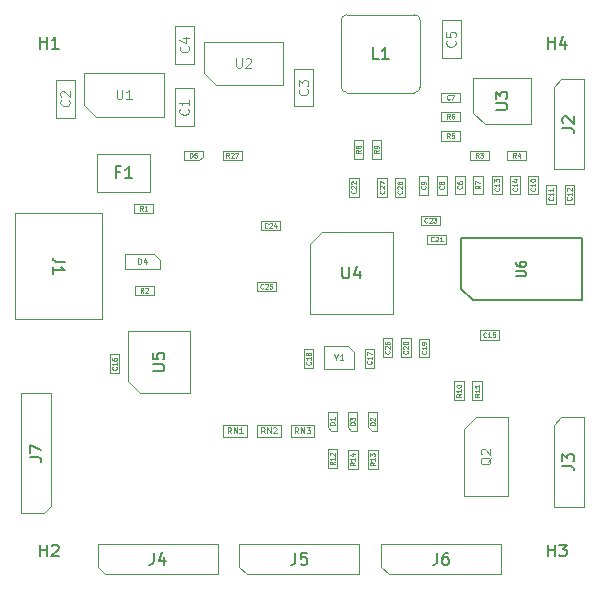
<source format=gbr>
%TF.GenerationSoftware,KiCad,Pcbnew,8.0.8-8.0.8-0~ubuntu22.04.1*%
%TF.CreationDate,2025-03-05T22:54:23+01:00*%
%TF.ProjectId,GLITCHING_FMAW,474c4954-4348-4494-9e47-5f464d41572e,rev?*%
%TF.SameCoordinates,Original*%
%TF.FileFunction,AssemblyDrawing,Top*%
%FSLAX46Y46*%
G04 Gerber Fmt 4.6, Leading zero omitted, Abs format (unit mm)*
G04 Created by KiCad (PCBNEW 8.0.8-8.0.8-0~ubuntu22.04.1) date 2025-03-05 22:54:23*
%MOMM*%
%LPD*%
G01*
G04 APERTURE LIST*
%ADD10C,0.060000*%
%ADD11C,0.120000*%
%ADD12C,0.150000*%
%ADD13C,0.075000*%
%ADD14C,0.100000*%
G04 APERTURE END LIST*
D10*
X66933333Y-35031927D02*
X66800000Y-34841451D01*
X66704762Y-35031927D02*
X66704762Y-34631927D01*
X66704762Y-34631927D02*
X66857143Y-34631927D01*
X66857143Y-34631927D02*
X66895238Y-34650975D01*
X66895238Y-34650975D02*
X66914285Y-34670022D01*
X66914285Y-34670022D02*
X66933333Y-34708118D01*
X66933333Y-34708118D02*
X66933333Y-34765260D01*
X66933333Y-34765260D02*
X66914285Y-34803356D01*
X66914285Y-34803356D02*
X66895238Y-34822403D01*
X66895238Y-34822403D02*
X66857143Y-34841451D01*
X66857143Y-34841451D02*
X66704762Y-34841451D01*
X67295238Y-34631927D02*
X67104762Y-34631927D01*
X67104762Y-34631927D02*
X67085714Y-34822403D01*
X67085714Y-34822403D02*
X67104762Y-34803356D01*
X67104762Y-34803356D02*
X67142857Y-34784308D01*
X67142857Y-34784308D02*
X67238095Y-34784308D01*
X67238095Y-34784308D02*
X67276190Y-34803356D01*
X67276190Y-34803356D02*
X67295238Y-34822403D01*
X67295238Y-34822403D02*
X67314285Y-34860499D01*
X67314285Y-34860499D02*
X67314285Y-34955737D01*
X67314285Y-34955737D02*
X67295238Y-34993832D01*
X67295238Y-34993832D02*
X67276190Y-35012880D01*
X67276190Y-35012880D02*
X67238095Y-35031927D01*
X67238095Y-35031927D02*
X67142857Y-35031927D01*
X67142857Y-35031927D02*
X67104762Y-35012880D01*
X67104762Y-35012880D02*
X67085714Y-34993832D01*
D11*
X67337664Y-26783332D02*
X67375760Y-26821428D01*
X67375760Y-26821428D02*
X67413855Y-26935713D01*
X67413855Y-26935713D02*
X67413855Y-27011904D01*
X67413855Y-27011904D02*
X67375760Y-27126190D01*
X67375760Y-27126190D02*
X67299569Y-27202380D01*
X67299569Y-27202380D02*
X67223379Y-27240475D01*
X67223379Y-27240475D02*
X67070998Y-27278571D01*
X67070998Y-27278571D02*
X66956712Y-27278571D01*
X66956712Y-27278571D02*
X66804331Y-27240475D01*
X66804331Y-27240475D02*
X66728140Y-27202380D01*
X66728140Y-27202380D02*
X66651950Y-27126190D01*
X66651950Y-27126190D02*
X66613855Y-27011904D01*
X66613855Y-27011904D02*
X66613855Y-26935713D01*
X66613855Y-26935713D02*
X66651950Y-26821428D01*
X66651950Y-26821428D02*
X66690045Y-26783332D01*
X66613855Y-26059523D02*
X66613855Y-26440475D01*
X66613855Y-26440475D02*
X66994807Y-26478571D01*
X66994807Y-26478571D02*
X66956712Y-26440475D01*
X66956712Y-26440475D02*
X66918617Y-26364285D01*
X66918617Y-26364285D02*
X66918617Y-26173809D01*
X66918617Y-26173809D02*
X66956712Y-26097618D01*
X66956712Y-26097618D02*
X66994807Y-26059523D01*
X66994807Y-26059523D02*
X67070998Y-26021428D01*
X67070998Y-26021428D02*
X67261474Y-26021428D01*
X67261474Y-26021428D02*
X67337664Y-26059523D01*
X67337664Y-26059523D02*
X67375760Y-26097618D01*
X67375760Y-26097618D02*
X67413855Y-26173809D01*
X67413855Y-26173809D02*
X67413855Y-26364285D01*
X67413855Y-26364285D02*
X67375760Y-26440475D01*
X67375760Y-26440475D02*
X67337664Y-26478571D01*
D10*
X72593832Y-39257142D02*
X72612880Y-39276190D01*
X72612880Y-39276190D02*
X72631927Y-39333332D01*
X72631927Y-39333332D02*
X72631927Y-39371428D01*
X72631927Y-39371428D02*
X72612880Y-39428571D01*
X72612880Y-39428571D02*
X72574784Y-39466666D01*
X72574784Y-39466666D02*
X72536689Y-39485713D01*
X72536689Y-39485713D02*
X72460499Y-39504761D01*
X72460499Y-39504761D02*
X72403356Y-39504761D01*
X72403356Y-39504761D02*
X72327165Y-39485713D01*
X72327165Y-39485713D02*
X72289070Y-39466666D01*
X72289070Y-39466666D02*
X72250975Y-39428571D01*
X72250975Y-39428571D02*
X72231927Y-39371428D01*
X72231927Y-39371428D02*
X72231927Y-39333332D01*
X72231927Y-39333332D02*
X72250975Y-39276190D01*
X72250975Y-39276190D02*
X72270022Y-39257142D01*
X72631927Y-38876190D02*
X72631927Y-39104761D01*
X72631927Y-38990475D02*
X72231927Y-38990475D01*
X72231927Y-38990475D02*
X72289070Y-39028571D01*
X72289070Y-39028571D02*
X72327165Y-39066666D01*
X72327165Y-39066666D02*
X72346213Y-39104761D01*
X72365260Y-38533333D02*
X72631927Y-38533333D01*
X72212880Y-38628571D02*
X72498594Y-38723809D01*
X72498594Y-38723809D02*
X72498594Y-38476190D01*
X65567857Y-43743832D02*
X65548809Y-43762880D01*
X65548809Y-43762880D02*
X65491667Y-43781927D01*
X65491667Y-43781927D02*
X65453571Y-43781927D01*
X65453571Y-43781927D02*
X65396428Y-43762880D01*
X65396428Y-43762880D02*
X65358333Y-43724784D01*
X65358333Y-43724784D02*
X65339286Y-43686689D01*
X65339286Y-43686689D02*
X65320238Y-43610499D01*
X65320238Y-43610499D02*
X65320238Y-43553356D01*
X65320238Y-43553356D02*
X65339286Y-43477165D01*
X65339286Y-43477165D02*
X65358333Y-43439070D01*
X65358333Y-43439070D02*
X65396428Y-43400975D01*
X65396428Y-43400975D02*
X65453571Y-43381927D01*
X65453571Y-43381927D02*
X65491667Y-43381927D01*
X65491667Y-43381927D02*
X65548809Y-43400975D01*
X65548809Y-43400975D02*
X65567857Y-43420022D01*
X65720238Y-43420022D02*
X65739286Y-43400975D01*
X65739286Y-43400975D02*
X65777381Y-43381927D01*
X65777381Y-43381927D02*
X65872619Y-43381927D01*
X65872619Y-43381927D02*
X65910714Y-43400975D01*
X65910714Y-43400975D02*
X65929762Y-43420022D01*
X65929762Y-43420022D02*
X65948809Y-43458118D01*
X65948809Y-43458118D02*
X65948809Y-43496213D01*
X65948809Y-43496213D02*
X65929762Y-43553356D01*
X65929762Y-43553356D02*
X65701190Y-43781927D01*
X65701190Y-43781927D02*
X65948809Y-43781927D01*
X66329761Y-43781927D02*
X66101190Y-43781927D01*
X66215476Y-43781927D02*
X66215476Y-43381927D01*
X66215476Y-43381927D02*
X66177380Y-43439070D01*
X66177380Y-43439070D02*
X66139285Y-43477165D01*
X66139285Y-43477165D02*
X66101190Y-43496213D01*
D12*
X76454819Y-62793333D02*
X77169104Y-62793333D01*
X77169104Y-62793333D02*
X77311961Y-62840952D01*
X77311961Y-62840952D02*
X77407200Y-62936190D01*
X77407200Y-62936190D02*
X77454819Y-63079047D01*
X77454819Y-63079047D02*
X77454819Y-63174285D01*
X76454819Y-62412380D02*
X76454819Y-61793333D01*
X76454819Y-61793333D02*
X76835771Y-62126666D01*
X76835771Y-62126666D02*
X76835771Y-61983809D01*
X76835771Y-61983809D02*
X76883390Y-61888571D01*
X76883390Y-61888571D02*
X76931009Y-61840952D01*
X76931009Y-61840952D02*
X77026247Y-61793333D01*
X77026247Y-61793333D02*
X77264342Y-61793333D01*
X77264342Y-61793333D02*
X77359580Y-61840952D01*
X77359580Y-61840952D02*
X77407200Y-61888571D01*
X77407200Y-61888571D02*
X77454819Y-61983809D01*
X77454819Y-61983809D02*
X77454819Y-62269523D01*
X77454819Y-62269523D02*
X77407200Y-62364761D01*
X77407200Y-62364761D02*
X77359580Y-62412380D01*
D10*
X69358333Y-36681927D02*
X69225000Y-36491451D01*
X69129762Y-36681927D02*
X69129762Y-36281927D01*
X69129762Y-36281927D02*
X69282143Y-36281927D01*
X69282143Y-36281927D02*
X69320238Y-36300975D01*
X69320238Y-36300975D02*
X69339285Y-36320022D01*
X69339285Y-36320022D02*
X69358333Y-36358118D01*
X69358333Y-36358118D02*
X69358333Y-36415260D01*
X69358333Y-36415260D02*
X69339285Y-36453356D01*
X69339285Y-36453356D02*
X69320238Y-36472403D01*
X69320238Y-36472403D02*
X69282143Y-36491451D01*
X69282143Y-36491451D02*
X69129762Y-36491451D01*
X69491666Y-36281927D02*
X69739285Y-36281927D01*
X69739285Y-36281927D02*
X69605952Y-36434308D01*
X69605952Y-36434308D02*
X69663095Y-36434308D01*
X69663095Y-36434308D02*
X69701190Y-36453356D01*
X69701190Y-36453356D02*
X69720238Y-36472403D01*
X69720238Y-36472403D02*
X69739285Y-36510499D01*
X69739285Y-36510499D02*
X69739285Y-36605737D01*
X69739285Y-36605737D02*
X69720238Y-36643832D01*
X69720238Y-36643832D02*
X69701190Y-36662880D01*
X69701190Y-36662880D02*
X69663095Y-36681927D01*
X69663095Y-36681927D02*
X69548809Y-36681927D01*
X69548809Y-36681927D02*
X69510714Y-36662880D01*
X69510714Y-36662880D02*
X69491666Y-36643832D01*
D13*
X40530952Y-45707409D02*
X40530952Y-45207409D01*
X40530952Y-45207409D02*
X40650000Y-45207409D01*
X40650000Y-45207409D02*
X40721428Y-45231219D01*
X40721428Y-45231219D02*
X40769047Y-45278838D01*
X40769047Y-45278838D02*
X40792857Y-45326457D01*
X40792857Y-45326457D02*
X40816666Y-45421695D01*
X40816666Y-45421695D02*
X40816666Y-45493123D01*
X40816666Y-45493123D02*
X40792857Y-45588361D01*
X40792857Y-45588361D02*
X40769047Y-45635980D01*
X40769047Y-45635980D02*
X40721428Y-45683600D01*
X40721428Y-45683600D02*
X40650000Y-45707409D01*
X40650000Y-45707409D02*
X40530952Y-45707409D01*
X41245238Y-45374076D02*
X41245238Y-45707409D01*
X41126190Y-45183600D02*
X41007143Y-45540742D01*
X41007143Y-45540742D02*
X41316666Y-45540742D01*
D10*
X70017857Y-51843832D02*
X69998809Y-51862880D01*
X69998809Y-51862880D02*
X69941667Y-51881927D01*
X69941667Y-51881927D02*
X69903571Y-51881927D01*
X69903571Y-51881927D02*
X69846428Y-51862880D01*
X69846428Y-51862880D02*
X69808333Y-51824784D01*
X69808333Y-51824784D02*
X69789286Y-51786689D01*
X69789286Y-51786689D02*
X69770238Y-51710499D01*
X69770238Y-51710499D02*
X69770238Y-51653356D01*
X69770238Y-51653356D02*
X69789286Y-51577165D01*
X69789286Y-51577165D02*
X69808333Y-51539070D01*
X69808333Y-51539070D02*
X69846428Y-51500975D01*
X69846428Y-51500975D02*
X69903571Y-51481927D01*
X69903571Y-51481927D02*
X69941667Y-51481927D01*
X69941667Y-51481927D02*
X69998809Y-51500975D01*
X69998809Y-51500975D02*
X70017857Y-51520022D01*
X70398809Y-51881927D02*
X70170238Y-51881927D01*
X70284524Y-51881927D02*
X70284524Y-51481927D01*
X70284524Y-51481927D02*
X70246428Y-51539070D01*
X70246428Y-51539070D02*
X70208333Y-51577165D01*
X70208333Y-51577165D02*
X70170238Y-51596213D01*
X70760714Y-51481927D02*
X70570238Y-51481927D01*
X70570238Y-51481927D02*
X70551190Y-51672403D01*
X70551190Y-51672403D02*
X70570238Y-51653356D01*
X70570238Y-51653356D02*
X70608333Y-51634308D01*
X70608333Y-51634308D02*
X70703571Y-51634308D01*
X70703571Y-51634308D02*
X70741666Y-51653356D01*
X70741666Y-51653356D02*
X70760714Y-51672403D01*
X70760714Y-51672403D02*
X70779761Y-51710499D01*
X70779761Y-51710499D02*
X70779761Y-51805737D01*
X70779761Y-51805737D02*
X70760714Y-51843832D01*
X70760714Y-51843832D02*
X70741666Y-51862880D01*
X70741666Y-51862880D02*
X70703571Y-51881927D01*
X70703571Y-51881927D02*
X70608333Y-51881927D01*
X70608333Y-51881927D02*
X70570238Y-51862880D01*
X70570238Y-51862880D02*
X70551190Y-51843832D01*
X60264542Y-53927853D02*
X60283590Y-53946901D01*
X60283590Y-53946901D02*
X60302637Y-54004043D01*
X60302637Y-54004043D02*
X60302637Y-54042139D01*
X60302637Y-54042139D02*
X60283590Y-54099282D01*
X60283590Y-54099282D02*
X60245494Y-54137377D01*
X60245494Y-54137377D02*
X60207399Y-54156424D01*
X60207399Y-54156424D02*
X60131209Y-54175472D01*
X60131209Y-54175472D02*
X60074066Y-54175472D01*
X60074066Y-54175472D02*
X59997875Y-54156424D01*
X59997875Y-54156424D02*
X59959780Y-54137377D01*
X59959780Y-54137377D02*
X59921685Y-54099282D01*
X59921685Y-54099282D02*
X59902637Y-54042139D01*
X59902637Y-54042139D02*
X59902637Y-54004043D01*
X59902637Y-54004043D02*
X59921685Y-53946901D01*
X59921685Y-53946901D02*
X59940732Y-53927853D01*
X60302637Y-53546901D02*
X60302637Y-53775472D01*
X60302637Y-53661186D02*
X59902637Y-53661186D01*
X59902637Y-53661186D02*
X59959780Y-53699282D01*
X59959780Y-53699282D02*
X59997875Y-53737377D01*
X59997875Y-53737377D02*
X60016923Y-53775472D01*
X59902637Y-53413568D02*
X59902637Y-53146901D01*
X59902637Y-53146901D02*
X60302637Y-53318330D01*
D12*
X53856666Y-70154819D02*
X53856666Y-70869104D01*
X53856666Y-70869104D02*
X53809047Y-71011961D01*
X53809047Y-71011961D02*
X53713809Y-71107200D01*
X53713809Y-71107200D02*
X53570952Y-71154819D01*
X53570952Y-71154819D02*
X53475714Y-71154819D01*
X54809047Y-70154819D02*
X54332857Y-70154819D01*
X54332857Y-70154819D02*
X54285238Y-70631009D01*
X54285238Y-70631009D02*
X54332857Y-70583390D01*
X54332857Y-70583390D02*
X54428095Y-70535771D01*
X54428095Y-70535771D02*
X54666190Y-70535771D01*
X54666190Y-70535771D02*
X54761428Y-70583390D01*
X54761428Y-70583390D02*
X54809047Y-70631009D01*
X54809047Y-70631009D02*
X54856666Y-70726247D01*
X54856666Y-70726247D02*
X54856666Y-70964342D01*
X54856666Y-70964342D02*
X54809047Y-71059580D01*
X54809047Y-71059580D02*
X54761428Y-71107200D01*
X54761428Y-71107200D02*
X54666190Y-71154819D01*
X54666190Y-71154819D02*
X54428095Y-71154819D01*
X54428095Y-71154819D02*
X54332857Y-71107200D01*
X54332857Y-71107200D02*
X54285238Y-71059580D01*
D10*
X58881927Y-62482142D02*
X58691451Y-62615475D01*
X58881927Y-62710713D02*
X58481927Y-62710713D01*
X58481927Y-62710713D02*
X58481927Y-62558332D01*
X58481927Y-62558332D02*
X58500975Y-62520237D01*
X58500975Y-62520237D02*
X58520022Y-62501190D01*
X58520022Y-62501190D02*
X58558118Y-62482142D01*
X58558118Y-62482142D02*
X58615260Y-62482142D01*
X58615260Y-62482142D02*
X58653356Y-62501190D01*
X58653356Y-62501190D02*
X58672403Y-62520237D01*
X58672403Y-62520237D02*
X58691451Y-62558332D01*
X58691451Y-62558332D02*
X58691451Y-62710713D01*
X58881927Y-62101190D02*
X58881927Y-62329761D01*
X58881927Y-62215475D02*
X58481927Y-62215475D01*
X58481927Y-62215475D02*
X58539070Y-62253571D01*
X58539070Y-62253571D02*
X58577165Y-62291666D01*
X58577165Y-62291666D02*
X58596213Y-62329761D01*
X58615260Y-61758333D02*
X58881927Y-61758333D01*
X58462880Y-61853571D02*
X58748594Y-61948809D01*
X58748594Y-61948809D02*
X58748594Y-61701190D01*
X60581927Y-62482142D02*
X60391451Y-62615475D01*
X60581927Y-62710713D02*
X60181927Y-62710713D01*
X60181927Y-62710713D02*
X60181927Y-62558332D01*
X60181927Y-62558332D02*
X60200975Y-62520237D01*
X60200975Y-62520237D02*
X60220022Y-62501190D01*
X60220022Y-62501190D02*
X60258118Y-62482142D01*
X60258118Y-62482142D02*
X60315260Y-62482142D01*
X60315260Y-62482142D02*
X60353356Y-62501190D01*
X60353356Y-62501190D02*
X60372403Y-62520237D01*
X60372403Y-62520237D02*
X60391451Y-62558332D01*
X60391451Y-62558332D02*
X60391451Y-62710713D01*
X60581927Y-62101190D02*
X60581927Y-62329761D01*
X60581927Y-62215475D02*
X60181927Y-62215475D01*
X60181927Y-62215475D02*
X60239070Y-62253571D01*
X60239070Y-62253571D02*
X60277165Y-62291666D01*
X60277165Y-62291666D02*
X60296213Y-62329761D01*
X60181927Y-61967857D02*
X60181927Y-61720238D01*
X60181927Y-61720238D02*
X60334308Y-61853571D01*
X60334308Y-61853571D02*
X60334308Y-61796428D01*
X60334308Y-61796428D02*
X60353356Y-61758333D01*
X60353356Y-61758333D02*
X60372403Y-61739285D01*
X60372403Y-61739285D02*
X60410499Y-61720238D01*
X60410499Y-61720238D02*
X60505737Y-61720238D01*
X60505737Y-61720238D02*
X60543832Y-61739285D01*
X60543832Y-61739285D02*
X60562880Y-61758333D01*
X60562880Y-61758333D02*
X60581927Y-61796428D01*
X60581927Y-61796428D02*
X60581927Y-61910714D01*
X60581927Y-61910714D02*
X60562880Y-61948809D01*
X60562880Y-61948809D02*
X60543832Y-61967857D01*
X72508333Y-36681927D02*
X72375000Y-36491451D01*
X72279762Y-36681927D02*
X72279762Y-36281927D01*
X72279762Y-36281927D02*
X72432143Y-36281927D01*
X72432143Y-36281927D02*
X72470238Y-36300975D01*
X72470238Y-36300975D02*
X72489285Y-36320022D01*
X72489285Y-36320022D02*
X72508333Y-36358118D01*
X72508333Y-36358118D02*
X72508333Y-36415260D01*
X72508333Y-36415260D02*
X72489285Y-36453356D01*
X72489285Y-36453356D02*
X72470238Y-36472403D01*
X72470238Y-36472403D02*
X72432143Y-36491451D01*
X72432143Y-36491451D02*
X72279762Y-36491451D01*
X72851190Y-36415260D02*
X72851190Y-36681927D01*
X72755952Y-36262880D02*
X72660714Y-36548594D01*
X72660714Y-36548594D02*
X72908333Y-36548594D01*
D11*
X44787664Y-27258333D02*
X44825760Y-27296429D01*
X44825760Y-27296429D02*
X44863855Y-27410714D01*
X44863855Y-27410714D02*
X44863855Y-27486905D01*
X44863855Y-27486905D02*
X44825760Y-27601191D01*
X44825760Y-27601191D02*
X44749569Y-27677381D01*
X44749569Y-27677381D02*
X44673379Y-27715476D01*
X44673379Y-27715476D02*
X44520998Y-27753572D01*
X44520998Y-27753572D02*
X44406712Y-27753572D01*
X44406712Y-27753572D02*
X44254331Y-27715476D01*
X44254331Y-27715476D02*
X44178140Y-27677381D01*
X44178140Y-27677381D02*
X44101950Y-27601191D01*
X44101950Y-27601191D02*
X44063855Y-27486905D01*
X44063855Y-27486905D02*
X44063855Y-27410714D01*
X44063855Y-27410714D02*
X44101950Y-27296429D01*
X44101950Y-27296429D02*
X44140045Y-27258333D01*
X44330521Y-26572619D02*
X44863855Y-26572619D01*
X44025760Y-26763095D02*
X44597188Y-26953572D01*
X44597188Y-26953572D02*
X44597188Y-26458333D01*
D10*
X61793832Y-53032142D02*
X61812880Y-53051190D01*
X61812880Y-53051190D02*
X61831927Y-53108332D01*
X61831927Y-53108332D02*
X61831927Y-53146428D01*
X61831927Y-53146428D02*
X61812880Y-53203571D01*
X61812880Y-53203571D02*
X61774784Y-53241666D01*
X61774784Y-53241666D02*
X61736689Y-53260713D01*
X61736689Y-53260713D02*
X61660499Y-53279761D01*
X61660499Y-53279761D02*
X61603356Y-53279761D01*
X61603356Y-53279761D02*
X61527165Y-53260713D01*
X61527165Y-53260713D02*
X61489070Y-53241666D01*
X61489070Y-53241666D02*
X61450975Y-53203571D01*
X61450975Y-53203571D02*
X61431927Y-53146428D01*
X61431927Y-53146428D02*
X61431927Y-53108332D01*
X61431927Y-53108332D02*
X61450975Y-53051190D01*
X61450975Y-53051190D02*
X61470022Y-53032142D01*
X61470022Y-52879761D02*
X61450975Y-52860713D01*
X61450975Y-52860713D02*
X61431927Y-52822618D01*
X61431927Y-52822618D02*
X61431927Y-52727380D01*
X61431927Y-52727380D02*
X61450975Y-52689285D01*
X61450975Y-52689285D02*
X61470022Y-52670237D01*
X61470022Y-52670237D02*
X61508118Y-52651190D01*
X61508118Y-52651190D02*
X61546213Y-52651190D01*
X61546213Y-52651190D02*
X61603356Y-52670237D01*
X61603356Y-52670237D02*
X61831927Y-52898809D01*
X61831927Y-52898809D02*
X61831927Y-52651190D01*
X61431927Y-52308333D02*
X61431927Y-52384523D01*
X61431927Y-52384523D02*
X61450975Y-52422619D01*
X61450975Y-52422619D02*
X61470022Y-52441666D01*
X61470022Y-52441666D02*
X61527165Y-52479761D01*
X61527165Y-52479761D02*
X61603356Y-52498809D01*
X61603356Y-52498809D02*
X61755737Y-52498809D01*
X61755737Y-52498809D02*
X61793832Y-52479761D01*
X61793832Y-52479761D02*
X61812880Y-52460714D01*
X61812880Y-52460714D02*
X61831927Y-52422619D01*
X61831927Y-52422619D02*
X61831927Y-52346428D01*
X61831927Y-52346428D02*
X61812880Y-52308333D01*
X61812880Y-52308333D02*
X61793832Y-52289285D01*
X61793832Y-52289285D02*
X61755737Y-52270238D01*
X61755737Y-52270238D02*
X61660499Y-52270238D01*
X61660499Y-52270238D02*
X61622403Y-52289285D01*
X61622403Y-52289285D02*
X61603356Y-52308333D01*
X61603356Y-52308333D02*
X61584308Y-52346428D01*
X61584308Y-52346428D02*
X61584308Y-52422619D01*
X61584308Y-52422619D02*
X61603356Y-52460714D01*
X61603356Y-52460714D02*
X61622403Y-52479761D01*
X61622403Y-52479761D02*
X61660499Y-52498809D01*
X63343832Y-53032142D02*
X63362880Y-53051190D01*
X63362880Y-53051190D02*
X63381927Y-53108332D01*
X63381927Y-53108332D02*
X63381927Y-53146428D01*
X63381927Y-53146428D02*
X63362880Y-53203571D01*
X63362880Y-53203571D02*
X63324784Y-53241666D01*
X63324784Y-53241666D02*
X63286689Y-53260713D01*
X63286689Y-53260713D02*
X63210499Y-53279761D01*
X63210499Y-53279761D02*
X63153356Y-53279761D01*
X63153356Y-53279761D02*
X63077165Y-53260713D01*
X63077165Y-53260713D02*
X63039070Y-53241666D01*
X63039070Y-53241666D02*
X63000975Y-53203571D01*
X63000975Y-53203571D02*
X62981927Y-53146428D01*
X62981927Y-53146428D02*
X62981927Y-53108332D01*
X62981927Y-53108332D02*
X63000975Y-53051190D01*
X63000975Y-53051190D02*
X63020022Y-53032142D01*
X63020022Y-52879761D02*
X63000975Y-52860713D01*
X63000975Y-52860713D02*
X62981927Y-52822618D01*
X62981927Y-52822618D02*
X62981927Y-52727380D01*
X62981927Y-52727380D02*
X63000975Y-52689285D01*
X63000975Y-52689285D02*
X63020022Y-52670237D01*
X63020022Y-52670237D02*
X63058118Y-52651190D01*
X63058118Y-52651190D02*
X63096213Y-52651190D01*
X63096213Y-52651190D02*
X63153356Y-52670237D01*
X63153356Y-52670237D02*
X63381927Y-52898809D01*
X63381927Y-52898809D02*
X63381927Y-52651190D01*
X62981927Y-52403571D02*
X62981927Y-52365476D01*
X62981927Y-52365476D02*
X63000975Y-52327380D01*
X63000975Y-52327380D02*
X63020022Y-52308333D01*
X63020022Y-52308333D02*
X63058118Y-52289285D01*
X63058118Y-52289285D02*
X63134308Y-52270238D01*
X63134308Y-52270238D02*
X63229546Y-52270238D01*
X63229546Y-52270238D02*
X63305737Y-52289285D01*
X63305737Y-52289285D02*
X63343832Y-52308333D01*
X63343832Y-52308333D02*
X63362880Y-52327380D01*
X63362880Y-52327380D02*
X63381927Y-52365476D01*
X63381927Y-52365476D02*
X63381927Y-52403571D01*
X63381927Y-52403571D02*
X63362880Y-52441666D01*
X63362880Y-52441666D02*
X63343832Y-52460714D01*
X63343832Y-52460714D02*
X63305737Y-52479761D01*
X63305737Y-52479761D02*
X63229546Y-52498809D01*
X63229546Y-52498809D02*
X63134308Y-52498809D01*
X63134308Y-52498809D02*
X63058118Y-52479761D01*
X63058118Y-52479761D02*
X63020022Y-52460714D01*
X63020022Y-52460714D02*
X63000975Y-52441666D01*
X63000975Y-52441666D02*
X62981927Y-52403571D01*
X61343832Y-39482142D02*
X61362880Y-39501190D01*
X61362880Y-39501190D02*
X61381927Y-39558332D01*
X61381927Y-39558332D02*
X61381927Y-39596428D01*
X61381927Y-39596428D02*
X61362880Y-39653571D01*
X61362880Y-39653571D02*
X61324784Y-39691666D01*
X61324784Y-39691666D02*
X61286689Y-39710713D01*
X61286689Y-39710713D02*
X61210499Y-39729761D01*
X61210499Y-39729761D02*
X61153356Y-39729761D01*
X61153356Y-39729761D02*
X61077165Y-39710713D01*
X61077165Y-39710713D02*
X61039070Y-39691666D01*
X61039070Y-39691666D02*
X61000975Y-39653571D01*
X61000975Y-39653571D02*
X60981927Y-39596428D01*
X60981927Y-39596428D02*
X60981927Y-39558332D01*
X60981927Y-39558332D02*
X61000975Y-39501190D01*
X61000975Y-39501190D02*
X61020022Y-39482142D01*
X61020022Y-39329761D02*
X61000975Y-39310713D01*
X61000975Y-39310713D02*
X60981927Y-39272618D01*
X60981927Y-39272618D02*
X60981927Y-39177380D01*
X60981927Y-39177380D02*
X61000975Y-39139285D01*
X61000975Y-39139285D02*
X61020022Y-39120237D01*
X61020022Y-39120237D02*
X61058118Y-39101190D01*
X61058118Y-39101190D02*
X61096213Y-39101190D01*
X61096213Y-39101190D02*
X61153356Y-39120237D01*
X61153356Y-39120237D02*
X61381927Y-39348809D01*
X61381927Y-39348809D02*
X61381927Y-39101190D01*
X60981927Y-38967857D02*
X60981927Y-38701190D01*
X60981927Y-38701190D02*
X61381927Y-38872619D01*
X51142857Y-47743832D02*
X51123809Y-47762880D01*
X51123809Y-47762880D02*
X51066667Y-47781927D01*
X51066667Y-47781927D02*
X51028571Y-47781927D01*
X51028571Y-47781927D02*
X50971428Y-47762880D01*
X50971428Y-47762880D02*
X50933333Y-47724784D01*
X50933333Y-47724784D02*
X50914286Y-47686689D01*
X50914286Y-47686689D02*
X50895238Y-47610499D01*
X50895238Y-47610499D02*
X50895238Y-47553356D01*
X50895238Y-47553356D02*
X50914286Y-47477165D01*
X50914286Y-47477165D02*
X50933333Y-47439070D01*
X50933333Y-47439070D02*
X50971428Y-47400975D01*
X50971428Y-47400975D02*
X51028571Y-47381927D01*
X51028571Y-47381927D02*
X51066667Y-47381927D01*
X51066667Y-47381927D02*
X51123809Y-47400975D01*
X51123809Y-47400975D02*
X51142857Y-47420022D01*
X51295238Y-47420022D02*
X51314286Y-47400975D01*
X51314286Y-47400975D02*
X51352381Y-47381927D01*
X51352381Y-47381927D02*
X51447619Y-47381927D01*
X51447619Y-47381927D02*
X51485714Y-47400975D01*
X51485714Y-47400975D02*
X51504762Y-47420022D01*
X51504762Y-47420022D02*
X51523809Y-47458118D01*
X51523809Y-47458118D02*
X51523809Y-47496213D01*
X51523809Y-47496213D02*
X51504762Y-47553356D01*
X51504762Y-47553356D02*
X51276190Y-47781927D01*
X51276190Y-47781927D02*
X51523809Y-47781927D01*
X51885714Y-47381927D02*
X51695238Y-47381927D01*
X51695238Y-47381927D02*
X51676190Y-47572403D01*
X51676190Y-47572403D02*
X51695238Y-47553356D01*
X51695238Y-47553356D02*
X51733333Y-47534308D01*
X51733333Y-47534308D02*
X51828571Y-47534308D01*
X51828571Y-47534308D02*
X51866666Y-47553356D01*
X51866666Y-47553356D02*
X51885714Y-47572403D01*
X51885714Y-47572403D02*
X51904761Y-47610499D01*
X51904761Y-47610499D02*
X51904761Y-47705737D01*
X51904761Y-47705737D02*
X51885714Y-47743832D01*
X51885714Y-47743832D02*
X51866666Y-47762880D01*
X51866666Y-47762880D02*
X51828571Y-47781927D01*
X51828571Y-47781927D02*
X51733333Y-47781927D01*
X51733333Y-47781927D02*
X51695238Y-47762880D01*
X51695238Y-47762880D02*
X51676190Y-47743832D01*
X77193832Y-40032142D02*
X77212880Y-40051190D01*
X77212880Y-40051190D02*
X77231927Y-40108332D01*
X77231927Y-40108332D02*
X77231927Y-40146428D01*
X77231927Y-40146428D02*
X77212880Y-40203571D01*
X77212880Y-40203571D02*
X77174784Y-40241666D01*
X77174784Y-40241666D02*
X77136689Y-40260713D01*
X77136689Y-40260713D02*
X77060499Y-40279761D01*
X77060499Y-40279761D02*
X77003356Y-40279761D01*
X77003356Y-40279761D02*
X76927165Y-40260713D01*
X76927165Y-40260713D02*
X76889070Y-40241666D01*
X76889070Y-40241666D02*
X76850975Y-40203571D01*
X76850975Y-40203571D02*
X76831927Y-40146428D01*
X76831927Y-40146428D02*
X76831927Y-40108332D01*
X76831927Y-40108332D02*
X76850975Y-40051190D01*
X76850975Y-40051190D02*
X76870022Y-40032142D01*
X77231927Y-39651190D02*
X77231927Y-39879761D01*
X77231927Y-39765475D02*
X76831927Y-39765475D01*
X76831927Y-39765475D02*
X76889070Y-39803571D01*
X76889070Y-39803571D02*
X76927165Y-39841666D01*
X76927165Y-39841666D02*
X76946213Y-39879761D01*
X76870022Y-39498809D02*
X76850975Y-39479761D01*
X76850975Y-39479761D02*
X76831927Y-39441666D01*
X76831927Y-39441666D02*
X76831927Y-39346428D01*
X76831927Y-39346428D02*
X76850975Y-39308333D01*
X76850975Y-39308333D02*
X76870022Y-39289285D01*
X76870022Y-39289285D02*
X76908118Y-39270238D01*
X76908118Y-39270238D02*
X76946213Y-39270238D01*
X76946213Y-39270238D02*
X77003356Y-39289285D01*
X77003356Y-39289285D02*
X77231927Y-39517857D01*
X77231927Y-39517857D02*
X77231927Y-39270238D01*
D12*
X76454819Y-34193334D02*
X77169104Y-34193334D01*
X77169104Y-34193334D02*
X77311961Y-34240953D01*
X77311961Y-34240953D02*
X77407200Y-34336191D01*
X77407200Y-34336191D02*
X77454819Y-34479048D01*
X77454819Y-34479048D02*
X77454819Y-34574286D01*
X76550057Y-33764762D02*
X76502438Y-33717143D01*
X76502438Y-33717143D02*
X76454819Y-33621905D01*
X76454819Y-33621905D02*
X76454819Y-33383810D01*
X76454819Y-33383810D02*
X76502438Y-33288572D01*
X76502438Y-33288572D02*
X76550057Y-33240953D01*
X76550057Y-33240953D02*
X76645295Y-33193334D01*
X76645295Y-33193334D02*
X76740533Y-33193334D01*
X76740533Y-33193334D02*
X76883390Y-33240953D01*
X76883390Y-33240953D02*
X77454819Y-33812381D01*
X77454819Y-33812381D02*
X77454819Y-33193334D01*
X65856666Y-70154819D02*
X65856666Y-70869104D01*
X65856666Y-70869104D02*
X65809047Y-71011961D01*
X65809047Y-71011961D02*
X65713809Y-71107200D01*
X65713809Y-71107200D02*
X65570952Y-71154819D01*
X65570952Y-71154819D02*
X65475714Y-71154819D01*
X66761428Y-70154819D02*
X66570952Y-70154819D01*
X66570952Y-70154819D02*
X66475714Y-70202438D01*
X66475714Y-70202438D02*
X66428095Y-70250057D01*
X66428095Y-70250057D02*
X66332857Y-70392914D01*
X66332857Y-70392914D02*
X66285238Y-70583390D01*
X66285238Y-70583390D02*
X66285238Y-70964342D01*
X66285238Y-70964342D02*
X66332857Y-71059580D01*
X66332857Y-71059580D02*
X66380476Y-71107200D01*
X66380476Y-71107200D02*
X66475714Y-71154819D01*
X66475714Y-71154819D02*
X66666190Y-71154819D01*
X66666190Y-71154819D02*
X66761428Y-71107200D01*
X66761428Y-71107200D02*
X66809047Y-71059580D01*
X66809047Y-71059580D02*
X66856666Y-70964342D01*
X66856666Y-70964342D02*
X66856666Y-70726247D01*
X66856666Y-70726247D02*
X66809047Y-70631009D01*
X66809047Y-70631009D02*
X66761428Y-70583390D01*
X66761428Y-70583390D02*
X66666190Y-70535771D01*
X66666190Y-70535771D02*
X66475714Y-70535771D01*
X66475714Y-70535771D02*
X66380476Y-70583390D01*
X66380476Y-70583390D02*
X66332857Y-70631009D01*
X66332857Y-70631009D02*
X66285238Y-70726247D01*
D11*
X54862664Y-30883333D02*
X54900760Y-30921429D01*
X54900760Y-30921429D02*
X54938855Y-31035714D01*
X54938855Y-31035714D02*
X54938855Y-31111905D01*
X54938855Y-31111905D02*
X54900760Y-31226191D01*
X54900760Y-31226191D02*
X54824569Y-31302381D01*
X54824569Y-31302381D02*
X54748379Y-31340476D01*
X54748379Y-31340476D02*
X54595998Y-31378572D01*
X54595998Y-31378572D02*
X54481712Y-31378572D01*
X54481712Y-31378572D02*
X54329331Y-31340476D01*
X54329331Y-31340476D02*
X54253140Y-31302381D01*
X54253140Y-31302381D02*
X54176950Y-31226191D01*
X54176950Y-31226191D02*
X54138855Y-31111905D01*
X54138855Y-31111905D02*
X54138855Y-31035714D01*
X54138855Y-31035714D02*
X54176950Y-30921429D01*
X54176950Y-30921429D02*
X54215045Y-30883333D01*
X54138855Y-30616667D02*
X54138855Y-30121429D01*
X54138855Y-30121429D02*
X54443617Y-30388095D01*
X54443617Y-30388095D02*
X54443617Y-30273810D01*
X54443617Y-30273810D02*
X54481712Y-30197619D01*
X54481712Y-30197619D02*
X54519807Y-30159524D01*
X54519807Y-30159524D02*
X54595998Y-30121429D01*
X54595998Y-30121429D02*
X54786474Y-30121429D01*
X54786474Y-30121429D02*
X54862664Y-30159524D01*
X54862664Y-30159524D02*
X54900760Y-30197619D01*
X54900760Y-30197619D02*
X54938855Y-30273810D01*
X54938855Y-30273810D02*
X54938855Y-30502381D01*
X54938855Y-30502381D02*
X54900760Y-30578572D01*
X54900760Y-30578572D02*
X54862664Y-30616667D01*
X34687664Y-31833332D02*
X34725760Y-31871428D01*
X34725760Y-31871428D02*
X34763855Y-31985713D01*
X34763855Y-31985713D02*
X34763855Y-32061904D01*
X34763855Y-32061904D02*
X34725760Y-32176190D01*
X34725760Y-32176190D02*
X34649569Y-32252380D01*
X34649569Y-32252380D02*
X34573379Y-32290475D01*
X34573379Y-32290475D02*
X34420998Y-32328571D01*
X34420998Y-32328571D02*
X34306712Y-32328571D01*
X34306712Y-32328571D02*
X34154331Y-32290475D01*
X34154331Y-32290475D02*
X34078140Y-32252380D01*
X34078140Y-32252380D02*
X34001950Y-32176190D01*
X34001950Y-32176190D02*
X33963855Y-32061904D01*
X33963855Y-32061904D02*
X33963855Y-31985713D01*
X33963855Y-31985713D02*
X34001950Y-31871428D01*
X34001950Y-31871428D02*
X34040045Y-31833332D01*
X34040045Y-31528571D02*
X34001950Y-31490475D01*
X34001950Y-31490475D02*
X33963855Y-31414285D01*
X33963855Y-31414285D02*
X33963855Y-31223809D01*
X33963855Y-31223809D02*
X34001950Y-31147618D01*
X34001950Y-31147618D02*
X34040045Y-31109523D01*
X34040045Y-31109523D02*
X34116236Y-31071428D01*
X34116236Y-31071428D02*
X34192426Y-31071428D01*
X34192426Y-31071428D02*
X34306712Y-31109523D01*
X34306712Y-31109523D02*
X34763855Y-31566666D01*
X34763855Y-31566666D02*
X34763855Y-31071428D01*
D12*
X60908333Y-28329819D02*
X60432143Y-28329819D01*
X60432143Y-28329819D02*
X60432143Y-27329819D01*
X61765476Y-28329819D02*
X61194048Y-28329819D01*
X61479762Y-28329819D02*
X61479762Y-27329819D01*
X61479762Y-27329819D02*
X61384524Y-27472676D01*
X61384524Y-27472676D02*
X61289286Y-27567914D01*
X61289286Y-27567914D02*
X61194048Y-27615533D01*
D10*
X38693832Y-54407142D02*
X38712880Y-54426190D01*
X38712880Y-54426190D02*
X38731927Y-54483332D01*
X38731927Y-54483332D02*
X38731927Y-54521428D01*
X38731927Y-54521428D02*
X38712880Y-54578571D01*
X38712880Y-54578571D02*
X38674784Y-54616666D01*
X38674784Y-54616666D02*
X38636689Y-54635713D01*
X38636689Y-54635713D02*
X38560499Y-54654761D01*
X38560499Y-54654761D02*
X38503356Y-54654761D01*
X38503356Y-54654761D02*
X38427165Y-54635713D01*
X38427165Y-54635713D02*
X38389070Y-54616666D01*
X38389070Y-54616666D02*
X38350975Y-54578571D01*
X38350975Y-54578571D02*
X38331927Y-54521428D01*
X38331927Y-54521428D02*
X38331927Y-54483332D01*
X38331927Y-54483332D02*
X38350975Y-54426190D01*
X38350975Y-54426190D02*
X38370022Y-54407142D01*
X38731927Y-54026190D02*
X38731927Y-54254761D01*
X38731927Y-54140475D02*
X38331927Y-54140475D01*
X38331927Y-54140475D02*
X38389070Y-54178571D01*
X38389070Y-54178571D02*
X38427165Y-54216666D01*
X38427165Y-54216666D02*
X38446213Y-54254761D01*
X38331927Y-53683333D02*
X38331927Y-53759523D01*
X38331927Y-53759523D02*
X38350975Y-53797619D01*
X38350975Y-53797619D02*
X38370022Y-53816666D01*
X38370022Y-53816666D02*
X38427165Y-53854761D01*
X38427165Y-53854761D02*
X38503356Y-53873809D01*
X38503356Y-53873809D02*
X38655737Y-53873809D01*
X38655737Y-53873809D02*
X38693832Y-53854761D01*
X38693832Y-53854761D02*
X38712880Y-53835714D01*
X38712880Y-53835714D02*
X38731927Y-53797619D01*
X38731927Y-53797619D02*
X38731927Y-53721428D01*
X38731927Y-53721428D02*
X38712880Y-53683333D01*
X38712880Y-53683333D02*
X38693832Y-53664285D01*
X38693832Y-53664285D02*
X38655737Y-53645238D01*
X38655737Y-53645238D02*
X38560499Y-53645238D01*
X38560499Y-53645238D02*
X38522403Y-53664285D01*
X38522403Y-53664285D02*
X38503356Y-53683333D01*
X38503356Y-53683333D02*
X38484308Y-53721428D01*
X38484308Y-53721428D02*
X38484308Y-53797619D01*
X38484308Y-53797619D02*
X38503356Y-53835714D01*
X38503356Y-53835714D02*
X38522403Y-53854761D01*
X38522403Y-53854761D02*
X38560499Y-53873809D01*
D13*
X51254761Y-60027409D02*
X51088095Y-59789314D01*
X50969047Y-60027409D02*
X50969047Y-59527409D01*
X50969047Y-59527409D02*
X51159523Y-59527409D01*
X51159523Y-59527409D02*
X51207142Y-59551219D01*
X51207142Y-59551219D02*
X51230952Y-59575028D01*
X51230952Y-59575028D02*
X51254761Y-59622647D01*
X51254761Y-59622647D02*
X51254761Y-59694076D01*
X51254761Y-59694076D02*
X51230952Y-59741695D01*
X51230952Y-59741695D02*
X51207142Y-59765504D01*
X51207142Y-59765504D02*
X51159523Y-59789314D01*
X51159523Y-59789314D02*
X50969047Y-59789314D01*
X51469047Y-60027409D02*
X51469047Y-59527409D01*
X51469047Y-59527409D02*
X51754761Y-60027409D01*
X51754761Y-60027409D02*
X51754761Y-59527409D01*
X51969048Y-59575028D02*
X51992857Y-59551219D01*
X51992857Y-59551219D02*
X52040476Y-59527409D01*
X52040476Y-59527409D02*
X52159524Y-59527409D01*
X52159524Y-59527409D02*
X52207143Y-59551219D01*
X52207143Y-59551219D02*
X52230952Y-59575028D01*
X52230952Y-59575028D02*
X52254762Y-59622647D01*
X52254762Y-59622647D02*
X52254762Y-59670266D01*
X52254762Y-59670266D02*
X52230952Y-59741695D01*
X52230952Y-59741695D02*
X51945238Y-60027409D01*
X51945238Y-60027409D02*
X52254762Y-60027409D01*
D11*
X44762664Y-32553333D02*
X44800760Y-32591429D01*
X44800760Y-32591429D02*
X44838855Y-32705714D01*
X44838855Y-32705714D02*
X44838855Y-32781905D01*
X44838855Y-32781905D02*
X44800760Y-32896191D01*
X44800760Y-32896191D02*
X44724569Y-32972381D01*
X44724569Y-32972381D02*
X44648379Y-33010476D01*
X44648379Y-33010476D02*
X44495998Y-33048572D01*
X44495998Y-33048572D02*
X44381712Y-33048572D01*
X44381712Y-33048572D02*
X44229331Y-33010476D01*
X44229331Y-33010476D02*
X44153140Y-32972381D01*
X44153140Y-32972381D02*
X44076950Y-32896191D01*
X44076950Y-32896191D02*
X44038855Y-32781905D01*
X44038855Y-32781905D02*
X44038855Y-32705714D01*
X44038855Y-32705714D02*
X44076950Y-32591429D01*
X44076950Y-32591429D02*
X44115045Y-32553333D01*
X44838855Y-31791429D02*
X44838855Y-32248572D01*
X44838855Y-32020000D02*
X44038855Y-32020000D01*
X44038855Y-32020000D02*
X44153140Y-32096191D01*
X44153140Y-32096191D02*
X44229331Y-32172381D01*
X44229331Y-32172381D02*
X44267426Y-32248572D01*
X48860476Y-28273856D02*
X48860476Y-28921475D01*
X48860476Y-28921475D02*
X48898571Y-28997665D01*
X48898571Y-28997665D02*
X48936666Y-29035761D01*
X48936666Y-29035761D02*
X49012857Y-29073856D01*
X49012857Y-29073856D02*
X49165238Y-29073856D01*
X49165238Y-29073856D02*
X49241428Y-29035761D01*
X49241428Y-29035761D02*
X49279523Y-28997665D01*
X49279523Y-28997665D02*
X49317619Y-28921475D01*
X49317619Y-28921475D02*
X49317619Y-28273856D01*
X49660475Y-28350046D02*
X49698571Y-28311951D01*
X49698571Y-28311951D02*
X49774761Y-28273856D01*
X49774761Y-28273856D02*
X49965237Y-28273856D01*
X49965237Y-28273856D02*
X50041428Y-28311951D01*
X50041428Y-28311951D02*
X50079523Y-28350046D01*
X50079523Y-28350046D02*
X50117618Y-28426237D01*
X50117618Y-28426237D02*
X50117618Y-28502427D01*
X50117618Y-28502427D02*
X50079523Y-28616713D01*
X50079523Y-28616713D02*
X49622380Y-29073856D01*
X49622380Y-29073856D02*
X50117618Y-29073856D01*
D12*
X41754819Y-54761904D02*
X42564342Y-54761904D01*
X42564342Y-54761904D02*
X42659580Y-54714285D01*
X42659580Y-54714285D02*
X42707200Y-54666666D01*
X42707200Y-54666666D02*
X42754819Y-54571428D01*
X42754819Y-54571428D02*
X42754819Y-54380952D01*
X42754819Y-54380952D02*
X42707200Y-54285714D01*
X42707200Y-54285714D02*
X42659580Y-54238095D01*
X42659580Y-54238095D02*
X42564342Y-54190476D01*
X42564342Y-54190476D02*
X41754819Y-54190476D01*
X41754819Y-53238095D02*
X41754819Y-53714285D01*
X41754819Y-53714285D02*
X42231009Y-53761904D01*
X42231009Y-53761904D02*
X42183390Y-53714285D01*
X42183390Y-53714285D02*
X42135771Y-53619047D01*
X42135771Y-53619047D02*
X42135771Y-53380952D01*
X42135771Y-53380952D02*
X42183390Y-53285714D01*
X42183390Y-53285714D02*
X42231009Y-53238095D01*
X42231009Y-53238095D02*
X42326247Y-53190476D01*
X42326247Y-53190476D02*
X42564342Y-53190476D01*
X42564342Y-53190476D02*
X42659580Y-53238095D01*
X42659580Y-53238095D02*
X42707200Y-53285714D01*
X42707200Y-53285714D02*
X42754819Y-53380952D01*
X42754819Y-53380952D02*
X42754819Y-53619047D01*
X42754819Y-53619047D02*
X42707200Y-53714285D01*
X42707200Y-53714285D02*
X42659580Y-53761904D01*
X70815567Y-32646666D02*
X71608901Y-32646666D01*
X71608901Y-32646666D02*
X71702234Y-32600000D01*
X71702234Y-32600000D02*
X71748901Y-32553333D01*
X71748901Y-32553333D02*
X71795567Y-32460000D01*
X71795567Y-32460000D02*
X71795567Y-32273333D01*
X71795567Y-32273333D02*
X71748901Y-32180000D01*
X71748901Y-32180000D02*
X71702234Y-32133333D01*
X71702234Y-32133333D02*
X71608901Y-32086666D01*
X71608901Y-32086666D02*
X70815567Y-32086666D01*
X70815567Y-31713333D02*
X70815567Y-31106666D01*
X70815567Y-31106666D02*
X71188901Y-31433333D01*
X71188901Y-31433333D02*
X71188901Y-31293333D01*
X71188901Y-31293333D02*
X71235567Y-31199999D01*
X71235567Y-31199999D02*
X71282234Y-31153333D01*
X71282234Y-31153333D02*
X71375567Y-31106666D01*
X71375567Y-31106666D02*
X71608901Y-31106666D01*
X71608901Y-31106666D02*
X71702234Y-31153333D01*
X71702234Y-31153333D02*
X71748901Y-31199999D01*
X71748901Y-31199999D02*
X71795567Y-31293333D01*
X71795567Y-31293333D02*
X71795567Y-31573333D01*
X71795567Y-31573333D02*
X71748901Y-31666666D01*
X71748901Y-31666666D02*
X71702234Y-31713333D01*
D10*
X59381927Y-36041666D02*
X59191451Y-36174999D01*
X59381927Y-36270237D02*
X58981927Y-36270237D01*
X58981927Y-36270237D02*
X58981927Y-36117856D01*
X58981927Y-36117856D02*
X59000975Y-36079761D01*
X59000975Y-36079761D02*
X59020022Y-36060714D01*
X59020022Y-36060714D02*
X59058118Y-36041666D01*
X59058118Y-36041666D02*
X59115260Y-36041666D01*
X59115260Y-36041666D02*
X59153356Y-36060714D01*
X59153356Y-36060714D02*
X59172403Y-36079761D01*
X59172403Y-36079761D02*
X59191451Y-36117856D01*
X59191451Y-36117856D02*
X59191451Y-36270237D01*
X59153356Y-35813095D02*
X59134308Y-35851190D01*
X59134308Y-35851190D02*
X59115260Y-35870237D01*
X59115260Y-35870237D02*
X59077165Y-35889285D01*
X59077165Y-35889285D02*
X59058118Y-35889285D01*
X59058118Y-35889285D02*
X59020022Y-35870237D01*
X59020022Y-35870237D02*
X59000975Y-35851190D01*
X59000975Y-35851190D02*
X58981927Y-35813095D01*
X58981927Y-35813095D02*
X58981927Y-35736904D01*
X58981927Y-35736904D02*
X59000975Y-35698809D01*
X59000975Y-35698809D02*
X59020022Y-35679761D01*
X59020022Y-35679761D02*
X59058118Y-35660714D01*
X59058118Y-35660714D02*
X59077165Y-35660714D01*
X59077165Y-35660714D02*
X59115260Y-35679761D01*
X59115260Y-35679761D02*
X59134308Y-35698809D01*
X59134308Y-35698809D02*
X59153356Y-35736904D01*
X59153356Y-35736904D02*
X59153356Y-35813095D01*
X59153356Y-35813095D02*
X59172403Y-35851190D01*
X59172403Y-35851190D02*
X59191451Y-35870237D01*
X59191451Y-35870237D02*
X59229546Y-35889285D01*
X59229546Y-35889285D02*
X59305737Y-35889285D01*
X59305737Y-35889285D02*
X59343832Y-35870237D01*
X59343832Y-35870237D02*
X59362880Y-35851190D01*
X59362880Y-35851190D02*
X59381927Y-35813095D01*
X59381927Y-35813095D02*
X59381927Y-35736904D01*
X59381927Y-35736904D02*
X59362880Y-35698809D01*
X59362880Y-35698809D02*
X59343832Y-35679761D01*
X59343832Y-35679761D02*
X59305737Y-35660714D01*
X59305737Y-35660714D02*
X59229546Y-35660714D01*
X59229546Y-35660714D02*
X59191451Y-35679761D01*
X59191451Y-35679761D02*
X59172403Y-35698809D01*
X59172403Y-35698809D02*
X59153356Y-35736904D01*
D11*
X70440045Y-62076190D02*
X70401950Y-62152380D01*
X70401950Y-62152380D02*
X70325760Y-62228571D01*
X70325760Y-62228571D02*
X70211474Y-62342857D01*
X70211474Y-62342857D02*
X70173379Y-62419047D01*
X70173379Y-62419047D02*
X70173379Y-62495238D01*
X70363855Y-62457142D02*
X70325760Y-62533333D01*
X70325760Y-62533333D02*
X70249569Y-62609523D01*
X70249569Y-62609523D02*
X70097188Y-62647619D01*
X70097188Y-62647619D02*
X69830521Y-62647619D01*
X69830521Y-62647619D02*
X69678140Y-62609523D01*
X69678140Y-62609523D02*
X69601950Y-62533333D01*
X69601950Y-62533333D02*
X69563855Y-62457142D01*
X69563855Y-62457142D02*
X69563855Y-62304761D01*
X69563855Y-62304761D02*
X69601950Y-62228571D01*
X69601950Y-62228571D02*
X69678140Y-62152380D01*
X69678140Y-62152380D02*
X69830521Y-62114285D01*
X69830521Y-62114285D02*
X70097188Y-62114285D01*
X70097188Y-62114285D02*
X70249569Y-62152380D01*
X70249569Y-62152380D02*
X70325760Y-62228571D01*
X70325760Y-62228571D02*
X70363855Y-62304761D01*
X70363855Y-62304761D02*
X70363855Y-62457142D01*
X69640045Y-61809524D02*
X69601950Y-61771428D01*
X69601950Y-61771428D02*
X69563855Y-61695238D01*
X69563855Y-61695238D02*
X69563855Y-61504762D01*
X69563855Y-61504762D02*
X69601950Y-61428571D01*
X69601950Y-61428571D02*
X69640045Y-61390476D01*
X69640045Y-61390476D02*
X69716236Y-61352381D01*
X69716236Y-61352381D02*
X69792426Y-61352381D01*
X69792426Y-61352381D02*
X69906712Y-61390476D01*
X69906712Y-61390476D02*
X70363855Y-61847619D01*
X70363855Y-61847619D02*
X70363855Y-61352381D01*
D10*
X51492857Y-42593832D02*
X51473809Y-42612880D01*
X51473809Y-42612880D02*
X51416667Y-42631927D01*
X51416667Y-42631927D02*
X51378571Y-42631927D01*
X51378571Y-42631927D02*
X51321428Y-42612880D01*
X51321428Y-42612880D02*
X51283333Y-42574784D01*
X51283333Y-42574784D02*
X51264286Y-42536689D01*
X51264286Y-42536689D02*
X51245238Y-42460499D01*
X51245238Y-42460499D02*
X51245238Y-42403356D01*
X51245238Y-42403356D02*
X51264286Y-42327165D01*
X51264286Y-42327165D02*
X51283333Y-42289070D01*
X51283333Y-42289070D02*
X51321428Y-42250975D01*
X51321428Y-42250975D02*
X51378571Y-42231927D01*
X51378571Y-42231927D02*
X51416667Y-42231927D01*
X51416667Y-42231927D02*
X51473809Y-42250975D01*
X51473809Y-42250975D02*
X51492857Y-42270022D01*
X51645238Y-42270022D02*
X51664286Y-42250975D01*
X51664286Y-42250975D02*
X51702381Y-42231927D01*
X51702381Y-42231927D02*
X51797619Y-42231927D01*
X51797619Y-42231927D02*
X51835714Y-42250975D01*
X51835714Y-42250975D02*
X51854762Y-42270022D01*
X51854762Y-42270022D02*
X51873809Y-42308118D01*
X51873809Y-42308118D02*
X51873809Y-42346213D01*
X51873809Y-42346213D02*
X51854762Y-42403356D01*
X51854762Y-42403356D02*
X51626190Y-42631927D01*
X51626190Y-42631927D02*
X51873809Y-42631927D01*
X52216666Y-42365260D02*
X52216666Y-42631927D01*
X52121428Y-42212880D02*
X52026190Y-42498594D01*
X52026190Y-42498594D02*
X52273809Y-42498594D01*
X67881927Y-56682142D02*
X67691451Y-56815475D01*
X67881927Y-56910713D02*
X67481927Y-56910713D01*
X67481927Y-56910713D02*
X67481927Y-56758332D01*
X67481927Y-56758332D02*
X67500975Y-56720237D01*
X67500975Y-56720237D02*
X67520022Y-56701190D01*
X67520022Y-56701190D02*
X67558118Y-56682142D01*
X67558118Y-56682142D02*
X67615260Y-56682142D01*
X67615260Y-56682142D02*
X67653356Y-56701190D01*
X67653356Y-56701190D02*
X67672403Y-56720237D01*
X67672403Y-56720237D02*
X67691451Y-56758332D01*
X67691451Y-56758332D02*
X67691451Y-56910713D01*
X67881927Y-56301190D02*
X67881927Y-56529761D01*
X67881927Y-56415475D02*
X67481927Y-56415475D01*
X67481927Y-56415475D02*
X67539070Y-56453571D01*
X67539070Y-56453571D02*
X67577165Y-56491666D01*
X67577165Y-56491666D02*
X67596213Y-56529761D01*
X67481927Y-56053571D02*
X67481927Y-56015476D01*
X67481927Y-56015476D02*
X67500975Y-55977380D01*
X67500975Y-55977380D02*
X67520022Y-55958333D01*
X67520022Y-55958333D02*
X67558118Y-55939285D01*
X67558118Y-55939285D02*
X67634308Y-55920238D01*
X67634308Y-55920238D02*
X67729546Y-55920238D01*
X67729546Y-55920238D02*
X67805737Y-55939285D01*
X67805737Y-55939285D02*
X67843832Y-55958333D01*
X67843832Y-55958333D02*
X67862880Y-55977380D01*
X67862880Y-55977380D02*
X67881927Y-56015476D01*
X67881927Y-56015476D02*
X67881927Y-56053571D01*
X67881927Y-56053571D02*
X67862880Y-56091666D01*
X67862880Y-56091666D02*
X67843832Y-56110714D01*
X67843832Y-56110714D02*
X67805737Y-56129761D01*
X67805737Y-56129761D02*
X67729546Y-56148809D01*
X67729546Y-56148809D02*
X67634308Y-56148809D01*
X67634308Y-56148809D02*
X67558118Y-56129761D01*
X67558118Y-56129761D02*
X67520022Y-56110714D01*
X67520022Y-56110714D02*
X67500975Y-56091666D01*
X67500975Y-56091666D02*
X67481927Y-56053571D01*
X66933333Y-33381927D02*
X66800000Y-33191451D01*
X66704762Y-33381927D02*
X66704762Y-32981927D01*
X66704762Y-32981927D02*
X66857143Y-32981927D01*
X66857143Y-32981927D02*
X66895238Y-33000975D01*
X66895238Y-33000975D02*
X66914285Y-33020022D01*
X66914285Y-33020022D02*
X66933333Y-33058118D01*
X66933333Y-33058118D02*
X66933333Y-33115260D01*
X66933333Y-33115260D02*
X66914285Y-33153356D01*
X66914285Y-33153356D02*
X66895238Y-33172403D01*
X66895238Y-33172403D02*
X66857143Y-33191451D01*
X66857143Y-33191451D02*
X66704762Y-33191451D01*
X67276190Y-32981927D02*
X67200000Y-32981927D01*
X67200000Y-32981927D02*
X67161904Y-33000975D01*
X67161904Y-33000975D02*
X67142857Y-33020022D01*
X67142857Y-33020022D02*
X67104762Y-33077165D01*
X67104762Y-33077165D02*
X67085714Y-33153356D01*
X67085714Y-33153356D02*
X67085714Y-33305737D01*
X67085714Y-33305737D02*
X67104762Y-33343832D01*
X67104762Y-33343832D02*
X67123809Y-33362880D01*
X67123809Y-33362880D02*
X67161904Y-33381927D01*
X67161904Y-33381927D02*
X67238095Y-33381927D01*
X67238095Y-33381927D02*
X67276190Y-33362880D01*
X67276190Y-33362880D02*
X67295238Y-33343832D01*
X67295238Y-33343832D02*
X67314285Y-33305737D01*
X67314285Y-33305737D02*
X67314285Y-33210499D01*
X67314285Y-33210499D02*
X67295238Y-33172403D01*
X67295238Y-33172403D02*
X67276190Y-33153356D01*
X67276190Y-33153356D02*
X67238095Y-33134308D01*
X67238095Y-33134308D02*
X67161904Y-33134308D01*
X67161904Y-33134308D02*
X67123809Y-33153356D01*
X67123809Y-33153356D02*
X67104762Y-33172403D01*
X67104762Y-33172403D02*
X67085714Y-33210499D01*
X55114543Y-53952852D02*
X55133591Y-53971900D01*
X55133591Y-53971900D02*
X55152638Y-54029042D01*
X55152638Y-54029042D02*
X55152638Y-54067138D01*
X55152638Y-54067138D02*
X55133591Y-54124281D01*
X55133591Y-54124281D02*
X55095495Y-54162376D01*
X55095495Y-54162376D02*
X55057400Y-54181423D01*
X55057400Y-54181423D02*
X54981210Y-54200471D01*
X54981210Y-54200471D02*
X54924067Y-54200471D01*
X54924067Y-54200471D02*
X54847876Y-54181423D01*
X54847876Y-54181423D02*
X54809781Y-54162376D01*
X54809781Y-54162376D02*
X54771686Y-54124281D01*
X54771686Y-54124281D02*
X54752638Y-54067138D01*
X54752638Y-54067138D02*
X54752638Y-54029042D01*
X54752638Y-54029042D02*
X54771686Y-53971900D01*
X54771686Y-53971900D02*
X54790733Y-53952852D01*
X55152638Y-53571900D02*
X55152638Y-53800471D01*
X55152638Y-53686185D02*
X54752638Y-53686185D01*
X54752638Y-53686185D02*
X54809781Y-53724281D01*
X54809781Y-53724281D02*
X54847876Y-53762376D01*
X54847876Y-53762376D02*
X54866924Y-53800471D01*
X54924067Y-53343329D02*
X54905019Y-53381424D01*
X54905019Y-53381424D02*
X54885971Y-53400471D01*
X54885971Y-53400471D02*
X54847876Y-53419519D01*
X54847876Y-53419519D02*
X54828829Y-53419519D01*
X54828829Y-53419519D02*
X54790733Y-53400471D01*
X54790733Y-53400471D02*
X54771686Y-53381424D01*
X54771686Y-53381424D02*
X54752638Y-53343329D01*
X54752638Y-53343329D02*
X54752638Y-53267138D01*
X54752638Y-53267138D02*
X54771686Y-53229043D01*
X54771686Y-53229043D02*
X54790733Y-53209995D01*
X54790733Y-53209995D02*
X54828829Y-53190948D01*
X54828829Y-53190948D02*
X54847876Y-53190948D01*
X54847876Y-53190948D02*
X54885971Y-53209995D01*
X54885971Y-53209995D02*
X54905019Y-53229043D01*
X54905019Y-53229043D02*
X54924067Y-53267138D01*
X54924067Y-53267138D02*
X54924067Y-53343329D01*
X54924067Y-53343329D02*
X54943114Y-53381424D01*
X54943114Y-53381424D02*
X54962162Y-53400471D01*
X54962162Y-53400471D02*
X55000257Y-53419519D01*
X55000257Y-53419519D02*
X55076448Y-53419519D01*
X55076448Y-53419519D02*
X55114543Y-53400471D01*
X55114543Y-53400471D02*
X55133591Y-53381424D01*
X55133591Y-53381424D02*
X55152638Y-53343329D01*
X55152638Y-53343329D02*
X55152638Y-53267138D01*
X55152638Y-53267138D02*
X55133591Y-53229043D01*
X55133591Y-53229043D02*
X55114543Y-53209995D01*
X55114543Y-53209995D02*
X55076448Y-53190948D01*
X55076448Y-53190948D02*
X55000257Y-53190948D01*
X55000257Y-53190948D02*
X54962162Y-53209995D01*
X54962162Y-53209995D02*
X54943114Y-53229043D01*
X54943114Y-53229043D02*
X54924067Y-53267138D01*
X44917261Y-36681927D02*
X44917261Y-36281927D01*
X44917261Y-36281927D02*
X45012499Y-36281927D01*
X45012499Y-36281927D02*
X45069642Y-36300975D01*
X45069642Y-36300975D02*
X45107737Y-36339070D01*
X45107737Y-36339070D02*
X45126784Y-36377165D01*
X45126784Y-36377165D02*
X45145832Y-36453356D01*
X45145832Y-36453356D02*
X45145832Y-36510499D01*
X45145832Y-36510499D02*
X45126784Y-36586689D01*
X45126784Y-36586689D02*
X45107737Y-36624784D01*
X45107737Y-36624784D02*
X45069642Y-36662880D01*
X45069642Y-36662880D02*
X45012499Y-36681927D01*
X45012499Y-36681927D02*
X44917261Y-36681927D01*
X45507737Y-36281927D02*
X45317261Y-36281927D01*
X45317261Y-36281927D02*
X45298213Y-36472403D01*
X45298213Y-36472403D02*
X45317261Y-36453356D01*
X45317261Y-36453356D02*
X45355356Y-36434308D01*
X45355356Y-36434308D02*
X45450594Y-36434308D01*
X45450594Y-36434308D02*
X45488689Y-36453356D01*
X45488689Y-36453356D02*
X45507737Y-36472403D01*
X45507737Y-36472403D02*
X45526784Y-36510499D01*
X45526784Y-36510499D02*
X45526784Y-36605737D01*
X45526784Y-36605737D02*
X45507737Y-36643832D01*
X45507737Y-36643832D02*
X45488689Y-36662880D01*
X45488689Y-36662880D02*
X45450594Y-36681927D01*
X45450594Y-36681927D02*
X45355356Y-36681927D01*
X45355356Y-36681927D02*
X45317261Y-36662880D01*
X45317261Y-36662880D02*
X45298213Y-36643832D01*
X58943832Y-39457142D02*
X58962880Y-39476190D01*
X58962880Y-39476190D02*
X58981927Y-39533332D01*
X58981927Y-39533332D02*
X58981927Y-39571428D01*
X58981927Y-39571428D02*
X58962880Y-39628571D01*
X58962880Y-39628571D02*
X58924784Y-39666666D01*
X58924784Y-39666666D02*
X58886689Y-39685713D01*
X58886689Y-39685713D02*
X58810499Y-39704761D01*
X58810499Y-39704761D02*
X58753356Y-39704761D01*
X58753356Y-39704761D02*
X58677165Y-39685713D01*
X58677165Y-39685713D02*
X58639070Y-39666666D01*
X58639070Y-39666666D02*
X58600975Y-39628571D01*
X58600975Y-39628571D02*
X58581927Y-39571428D01*
X58581927Y-39571428D02*
X58581927Y-39533332D01*
X58581927Y-39533332D02*
X58600975Y-39476190D01*
X58600975Y-39476190D02*
X58620022Y-39457142D01*
X58620022Y-39304761D02*
X58600975Y-39285713D01*
X58600975Y-39285713D02*
X58581927Y-39247618D01*
X58581927Y-39247618D02*
X58581927Y-39152380D01*
X58581927Y-39152380D02*
X58600975Y-39114285D01*
X58600975Y-39114285D02*
X58620022Y-39095237D01*
X58620022Y-39095237D02*
X58658118Y-39076190D01*
X58658118Y-39076190D02*
X58696213Y-39076190D01*
X58696213Y-39076190D02*
X58753356Y-39095237D01*
X58753356Y-39095237D02*
X58981927Y-39323809D01*
X58981927Y-39323809D02*
X58981927Y-39076190D01*
X58620022Y-38923809D02*
X58600975Y-38904761D01*
X58600975Y-38904761D02*
X58581927Y-38866666D01*
X58581927Y-38866666D02*
X58581927Y-38771428D01*
X58581927Y-38771428D02*
X58600975Y-38733333D01*
X58600975Y-38733333D02*
X58620022Y-38714285D01*
X58620022Y-38714285D02*
X58658118Y-38695238D01*
X58658118Y-38695238D02*
X58696213Y-38695238D01*
X58696213Y-38695238D02*
X58753356Y-38714285D01*
X58753356Y-38714285D02*
X58981927Y-38942857D01*
X58981927Y-38942857D02*
X58981927Y-38695238D01*
X48242857Y-36681927D02*
X48109524Y-36491451D01*
X48014286Y-36681927D02*
X48014286Y-36281927D01*
X48014286Y-36281927D02*
X48166667Y-36281927D01*
X48166667Y-36281927D02*
X48204762Y-36300975D01*
X48204762Y-36300975D02*
X48223809Y-36320022D01*
X48223809Y-36320022D02*
X48242857Y-36358118D01*
X48242857Y-36358118D02*
X48242857Y-36415260D01*
X48242857Y-36415260D02*
X48223809Y-36453356D01*
X48223809Y-36453356D02*
X48204762Y-36472403D01*
X48204762Y-36472403D02*
X48166667Y-36491451D01*
X48166667Y-36491451D02*
X48014286Y-36491451D01*
X48395238Y-36320022D02*
X48414286Y-36300975D01*
X48414286Y-36300975D02*
X48452381Y-36281927D01*
X48452381Y-36281927D02*
X48547619Y-36281927D01*
X48547619Y-36281927D02*
X48585714Y-36300975D01*
X48585714Y-36300975D02*
X48604762Y-36320022D01*
X48604762Y-36320022D02*
X48623809Y-36358118D01*
X48623809Y-36358118D02*
X48623809Y-36396213D01*
X48623809Y-36396213D02*
X48604762Y-36453356D01*
X48604762Y-36453356D02*
X48376190Y-36681927D01*
X48376190Y-36681927D02*
X48623809Y-36681927D01*
X48757142Y-36281927D02*
X49023809Y-36281927D01*
X49023809Y-36281927D02*
X48852380Y-36681927D01*
X60581927Y-59307736D02*
X60181927Y-59307736D01*
X60181927Y-59307736D02*
X60181927Y-59212498D01*
X60181927Y-59212498D02*
X60200975Y-59155355D01*
X60200975Y-59155355D02*
X60239070Y-59117260D01*
X60239070Y-59117260D02*
X60277165Y-59098213D01*
X60277165Y-59098213D02*
X60353356Y-59079165D01*
X60353356Y-59079165D02*
X60410499Y-59079165D01*
X60410499Y-59079165D02*
X60486689Y-59098213D01*
X60486689Y-59098213D02*
X60524784Y-59117260D01*
X60524784Y-59117260D02*
X60562880Y-59155355D01*
X60562880Y-59155355D02*
X60581927Y-59212498D01*
X60581927Y-59212498D02*
X60581927Y-59307736D01*
X60220022Y-58926784D02*
X60200975Y-58907736D01*
X60200975Y-58907736D02*
X60181927Y-58869641D01*
X60181927Y-58869641D02*
X60181927Y-58774403D01*
X60181927Y-58774403D02*
X60200975Y-58736308D01*
X60200975Y-58736308D02*
X60220022Y-58717260D01*
X60220022Y-58717260D02*
X60258118Y-58698213D01*
X60258118Y-58698213D02*
X60296213Y-58698213D01*
X60296213Y-58698213D02*
X60353356Y-58717260D01*
X60353356Y-58717260D02*
X60581927Y-58945832D01*
X60581927Y-58945832D02*
X60581927Y-58698213D01*
X66393832Y-39091666D02*
X66412880Y-39110714D01*
X66412880Y-39110714D02*
X66431927Y-39167856D01*
X66431927Y-39167856D02*
X66431927Y-39205952D01*
X66431927Y-39205952D02*
X66412880Y-39263095D01*
X66412880Y-39263095D02*
X66374784Y-39301190D01*
X66374784Y-39301190D02*
X66336689Y-39320237D01*
X66336689Y-39320237D02*
X66260499Y-39339285D01*
X66260499Y-39339285D02*
X66203356Y-39339285D01*
X66203356Y-39339285D02*
X66127165Y-39320237D01*
X66127165Y-39320237D02*
X66089070Y-39301190D01*
X66089070Y-39301190D02*
X66050975Y-39263095D01*
X66050975Y-39263095D02*
X66031927Y-39205952D01*
X66031927Y-39205952D02*
X66031927Y-39167856D01*
X66031927Y-39167856D02*
X66050975Y-39110714D01*
X66050975Y-39110714D02*
X66070022Y-39091666D01*
X66203356Y-38863095D02*
X66184308Y-38901190D01*
X66184308Y-38901190D02*
X66165260Y-38920237D01*
X66165260Y-38920237D02*
X66127165Y-38939285D01*
X66127165Y-38939285D02*
X66108118Y-38939285D01*
X66108118Y-38939285D02*
X66070022Y-38920237D01*
X66070022Y-38920237D02*
X66050975Y-38901190D01*
X66050975Y-38901190D02*
X66031927Y-38863095D01*
X66031927Y-38863095D02*
X66031927Y-38786904D01*
X66031927Y-38786904D02*
X66050975Y-38748809D01*
X66050975Y-38748809D02*
X66070022Y-38729761D01*
X66070022Y-38729761D02*
X66108118Y-38710714D01*
X66108118Y-38710714D02*
X66127165Y-38710714D01*
X66127165Y-38710714D02*
X66165260Y-38729761D01*
X66165260Y-38729761D02*
X66184308Y-38748809D01*
X66184308Y-38748809D02*
X66203356Y-38786904D01*
X66203356Y-38786904D02*
X66203356Y-38863095D01*
X66203356Y-38863095D02*
X66222403Y-38901190D01*
X66222403Y-38901190D02*
X66241451Y-38920237D01*
X66241451Y-38920237D02*
X66279546Y-38939285D01*
X66279546Y-38939285D02*
X66355737Y-38939285D01*
X66355737Y-38939285D02*
X66393832Y-38920237D01*
X66393832Y-38920237D02*
X66412880Y-38901190D01*
X66412880Y-38901190D02*
X66431927Y-38863095D01*
X66431927Y-38863095D02*
X66431927Y-38786904D01*
X66431927Y-38786904D02*
X66412880Y-38748809D01*
X66412880Y-38748809D02*
X66393832Y-38729761D01*
X66393832Y-38729761D02*
X66355737Y-38710714D01*
X66355737Y-38710714D02*
X66279546Y-38710714D01*
X66279546Y-38710714D02*
X66241451Y-38729761D01*
X66241451Y-38729761D02*
X66222403Y-38748809D01*
X66222403Y-38748809D02*
X66203356Y-38786904D01*
X60906927Y-36041666D02*
X60716451Y-36174999D01*
X60906927Y-36270237D02*
X60506927Y-36270237D01*
X60506927Y-36270237D02*
X60506927Y-36117856D01*
X60506927Y-36117856D02*
X60525975Y-36079761D01*
X60525975Y-36079761D02*
X60545022Y-36060714D01*
X60545022Y-36060714D02*
X60583118Y-36041666D01*
X60583118Y-36041666D02*
X60640260Y-36041666D01*
X60640260Y-36041666D02*
X60678356Y-36060714D01*
X60678356Y-36060714D02*
X60697403Y-36079761D01*
X60697403Y-36079761D02*
X60716451Y-36117856D01*
X60716451Y-36117856D02*
X60716451Y-36270237D01*
X60906927Y-35851190D02*
X60906927Y-35774999D01*
X60906927Y-35774999D02*
X60887880Y-35736904D01*
X60887880Y-35736904D02*
X60868832Y-35717856D01*
X60868832Y-35717856D02*
X60811689Y-35679761D01*
X60811689Y-35679761D02*
X60735499Y-35660714D01*
X60735499Y-35660714D02*
X60583118Y-35660714D01*
X60583118Y-35660714D02*
X60545022Y-35679761D01*
X60545022Y-35679761D02*
X60525975Y-35698809D01*
X60525975Y-35698809D02*
X60506927Y-35736904D01*
X60506927Y-35736904D02*
X60506927Y-35813095D01*
X60506927Y-35813095D02*
X60525975Y-35851190D01*
X60525975Y-35851190D02*
X60545022Y-35870237D01*
X60545022Y-35870237D02*
X60583118Y-35889285D01*
X60583118Y-35889285D02*
X60678356Y-35889285D01*
X60678356Y-35889285D02*
X60716451Y-35870237D01*
X60716451Y-35870237D02*
X60735499Y-35851190D01*
X60735499Y-35851190D02*
X60754546Y-35813095D01*
X60754546Y-35813095D02*
X60754546Y-35736904D01*
X60754546Y-35736904D02*
X60735499Y-35698809D01*
X60735499Y-35698809D02*
X60716451Y-35679761D01*
X60716451Y-35679761D02*
X60678356Y-35660714D01*
X67918832Y-39066666D02*
X67937880Y-39085714D01*
X67937880Y-39085714D02*
X67956927Y-39142856D01*
X67956927Y-39142856D02*
X67956927Y-39180952D01*
X67956927Y-39180952D02*
X67937880Y-39238095D01*
X67937880Y-39238095D02*
X67899784Y-39276190D01*
X67899784Y-39276190D02*
X67861689Y-39295237D01*
X67861689Y-39295237D02*
X67785499Y-39314285D01*
X67785499Y-39314285D02*
X67728356Y-39314285D01*
X67728356Y-39314285D02*
X67652165Y-39295237D01*
X67652165Y-39295237D02*
X67614070Y-39276190D01*
X67614070Y-39276190D02*
X67575975Y-39238095D01*
X67575975Y-39238095D02*
X67556927Y-39180952D01*
X67556927Y-39180952D02*
X67556927Y-39142856D01*
X67556927Y-39142856D02*
X67575975Y-39085714D01*
X67575975Y-39085714D02*
X67595022Y-39066666D01*
X67556927Y-38723809D02*
X67556927Y-38799999D01*
X67556927Y-38799999D02*
X67575975Y-38838095D01*
X67575975Y-38838095D02*
X67595022Y-38857142D01*
X67595022Y-38857142D02*
X67652165Y-38895237D01*
X67652165Y-38895237D02*
X67728356Y-38914285D01*
X67728356Y-38914285D02*
X67880737Y-38914285D01*
X67880737Y-38914285D02*
X67918832Y-38895237D01*
X67918832Y-38895237D02*
X67937880Y-38876190D01*
X67937880Y-38876190D02*
X67956927Y-38838095D01*
X67956927Y-38838095D02*
X67956927Y-38761904D01*
X67956927Y-38761904D02*
X67937880Y-38723809D01*
X67937880Y-38723809D02*
X67918832Y-38704761D01*
X67918832Y-38704761D02*
X67880737Y-38685714D01*
X67880737Y-38685714D02*
X67785499Y-38685714D01*
X67785499Y-38685714D02*
X67747403Y-38704761D01*
X67747403Y-38704761D02*
X67728356Y-38723809D01*
X67728356Y-38723809D02*
X67709308Y-38761904D01*
X67709308Y-38761904D02*
X67709308Y-38838095D01*
X67709308Y-38838095D02*
X67728356Y-38876190D01*
X67728356Y-38876190D02*
X67747403Y-38895237D01*
X67747403Y-38895237D02*
X67785499Y-38914285D01*
X40933333Y-41181927D02*
X40800000Y-40991451D01*
X40704762Y-41181927D02*
X40704762Y-40781927D01*
X40704762Y-40781927D02*
X40857143Y-40781927D01*
X40857143Y-40781927D02*
X40895238Y-40800975D01*
X40895238Y-40800975D02*
X40914285Y-40820022D01*
X40914285Y-40820022D02*
X40933333Y-40858118D01*
X40933333Y-40858118D02*
X40933333Y-40915260D01*
X40933333Y-40915260D02*
X40914285Y-40953356D01*
X40914285Y-40953356D02*
X40895238Y-40972403D01*
X40895238Y-40972403D02*
X40857143Y-40991451D01*
X40857143Y-40991451D02*
X40704762Y-40991451D01*
X41314285Y-41181927D02*
X41085714Y-41181927D01*
X41200000Y-41181927D02*
X41200000Y-40781927D01*
X41200000Y-40781927D02*
X41161904Y-40839070D01*
X41161904Y-40839070D02*
X41123809Y-40877165D01*
X41123809Y-40877165D02*
X41085714Y-40896213D01*
X64843832Y-39091666D02*
X64862880Y-39110714D01*
X64862880Y-39110714D02*
X64881927Y-39167856D01*
X64881927Y-39167856D02*
X64881927Y-39205952D01*
X64881927Y-39205952D02*
X64862880Y-39263095D01*
X64862880Y-39263095D02*
X64824784Y-39301190D01*
X64824784Y-39301190D02*
X64786689Y-39320237D01*
X64786689Y-39320237D02*
X64710499Y-39339285D01*
X64710499Y-39339285D02*
X64653356Y-39339285D01*
X64653356Y-39339285D02*
X64577165Y-39320237D01*
X64577165Y-39320237D02*
X64539070Y-39301190D01*
X64539070Y-39301190D02*
X64500975Y-39263095D01*
X64500975Y-39263095D02*
X64481927Y-39205952D01*
X64481927Y-39205952D02*
X64481927Y-39167856D01*
X64481927Y-39167856D02*
X64500975Y-39110714D01*
X64500975Y-39110714D02*
X64520022Y-39091666D01*
X64881927Y-38901190D02*
X64881927Y-38824999D01*
X64881927Y-38824999D02*
X64862880Y-38786904D01*
X64862880Y-38786904D02*
X64843832Y-38767856D01*
X64843832Y-38767856D02*
X64786689Y-38729761D01*
X64786689Y-38729761D02*
X64710499Y-38710714D01*
X64710499Y-38710714D02*
X64558118Y-38710714D01*
X64558118Y-38710714D02*
X64520022Y-38729761D01*
X64520022Y-38729761D02*
X64500975Y-38748809D01*
X64500975Y-38748809D02*
X64481927Y-38786904D01*
X64481927Y-38786904D02*
X64481927Y-38863095D01*
X64481927Y-38863095D02*
X64500975Y-38901190D01*
X64500975Y-38901190D02*
X64520022Y-38920237D01*
X64520022Y-38920237D02*
X64558118Y-38939285D01*
X64558118Y-38939285D02*
X64653356Y-38939285D01*
X64653356Y-38939285D02*
X64691451Y-38920237D01*
X64691451Y-38920237D02*
X64710499Y-38901190D01*
X64710499Y-38901190D02*
X64729546Y-38863095D01*
X64729546Y-38863095D02*
X64729546Y-38786904D01*
X64729546Y-38786904D02*
X64710499Y-38748809D01*
X64710499Y-38748809D02*
X64691451Y-38729761D01*
X64691451Y-38729761D02*
X64653356Y-38710714D01*
D13*
X57307616Y-53610024D02*
X57307616Y-53848119D01*
X57140950Y-53348119D02*
X57307616Y-53610024D01*
X57307616Y-53610024D02*
X57474283Y-53348119D01*
X57902854Y-53848119D02*
X57617140Y-53848119D01*
X57759997Y-53848119D02*
X57759997Y-53348119D01*
X57759997Y-53348119D02*
X57712378Y-53419548D01*
X57712378Y-53419548D02*
X57664759Y-53467167D01*
X57664759Y-53467167D02*
X57617140Y-53490976D01*
D10*
X64893832Y-53057142D02*
X64912880Y-53076190D01*
X64912880Y-53076190D02*
X64931927Y-53133332D01*
X64931927Y-53133332D02*
X64931927Y-53171428D01*
X64931927Y-53171428D02*
X64912880Y-53228571D01*
X64912880Y-53228571D02*
X64874784Y-53266666D01*
X64874784Y-53266666D02*
X64836689Y-53285713D01*
X64836689Y-53285713D02*
X64760499Y-53304761D01*
X64760499Y-53304761D02*
X64703356Y-53304761D01*
X64703356Y-53304761D02*
X64627165Y-53285713D01*
X64627165Y-53285713D02*
X64589070Y-53266666D01*
X64589070Y-53266666D02*
X64550975Y-53228571D01*
X64550975Y-53228571D02*
X64531927Y-53171428D01*
X64531927Y-53171428D02*
X64531927Y-53133332D01*
X64531927Y-53133332D02*
X64550975Y-53076190D01*
X64550975Y-53076190D02*
X64570022Y-53057142D01*
X64931927Y-52676190D02*
X64931927Y-52904761D01*
X64931927Y-52790475D02*
X64531927Y-52790475D01*
X64531927Y-52790475D02*
X64589070Y-52828571D01*
X64589070Y-52828571D02*
X64627165Y-52866666D01*
X64627165Y-52866666D02*
X64646213Y-52904761D01*
X64931927Y-52485714D02*
X64931927Y-52409523D01*
X64931927Y-52409523D02*
X64912880Y-52371428D01*
X64912880Y-52371428D02*
X64893832Y-52352380D01*
X64893832Y-52352380D02*
X64836689Y-52314285D01*
X64836689Y-52314285D02*
X64760499Y-52295238D01*
X64760499Y-52295238D02*
X64608118Y-52295238D01*
X64608118Y-52295238D02*
X64570022Y-52314285D01*
X64570022Y-52314285D02*
X64550975Y-52333333D01*
X64550975Y-52333333D02*
X64531927Y-52371428D01*
X64531927Y-52371428D02*
X64531927Y-52447619D01*
X64531927Y-52447619D02*
X64550975Y-52485714D01*
X64550975Y-52485714D02*
X64570022Y-52504761D01*
X64570022Y-52504761D02*
X64608118Y-52523809D01*
X64608118Y-52523809D02*
X64703356Y-52523809D01*
X64703356Y-52523809D02*
X64741451Y-52504761D01*
X64741451Y-52504761D02*
X64760499Y-52485714D01*
X64760499Y-52485714D02*
X64779546Y-52447619D01*
X64779546Y-52447619D02*
X64779546Y-52371428D01*
X64779546Y-52371428D02*
X64760499Y-52333333D01*
X64760499Y-52333333D02*
X64741451Y-52314285D01*
X64741451Y-52314285D02*
X64703356Y-52295238D01*
D12*
X32238095Y-27454819D02*
X32238095Y-26454819D01*
X32238095Y-26931009D02*
X32809523Y-26931009D01*
X32809523Y-27454819D02*
X32809523Y-26454819D01*
X33809523Y-27454819D02*
X33238095Y-27454819D01*
X33523809Y-27454819D02*
X33523809Y-26454819D01*
X33523809Y-26454819D02*
X33428571Y-26597676D01*
X33428571Y-26597676D02*
X33333333Y-26692914D01*
X33333333Y-26692914D02*
X33238095Y-26740533D01*
X72552295Y-46739523D02*
X73199914Y-46739523D01*
X73199914Y-46739523D02*
X73276104Y-46701428D01*
X73276104Y-46701428D02*
X73314200Y-46663333D01*
X73314200Y-46663333D02*
X73352295Y-46587142D01*
X73352295Y-46587142D02*
X73352295Y-46434761D01*
X73352295Y-46434761D02*
X73314200Y-46358571D01*
X73314200Y-46358571D02*
X73276104Y-46320476D01*
X73276104Y-46320476D02*
X73199914Y-46282380D01*
X73199914Y-46282380D02*
X72552295Y-46282380D01*
X72552295Y-45558571D02*
X72552295Y-45710952D01*
X72552295Y-45710952D02*
X72590390Y-45787143D01*
X72590390Y-45787143D02*
X72628485Y-45825238D01*
X72628485Y-45825238D02*
X72742771Y-45901428D01*
X72742771Y-45901428D02*
X72895152Y-45939524D01*
X72895152Y-45939524D02*
X73199914Y-45939524D01*
X73199914Y-45939524D02*
X73276104Y-45901428D01*
X73276104Y-45901428D02*
X73314200Y-45863333D01*
X73314200Y-45863333D02*
X73352295Y-45787143D01*
X73352295Y-45787143D02*
X73352295Y-45634762D01*
X73352295Y-45634762D02*
X73314200Y-45558571D01*
X73314200Y-45558571D02*
X73276104Y-45520476D01*
X73276104Y-45520476D02*
X73199914Y-45482381D01*
X73199914Y-45482381D02*
X73009438Y-45482381D01*
X73009438Y-45482381D02*
X72933247Y-45520476D01*
X72933247Y-45520476D02*
X72895152Y-45558571D01*
X72895152Y-45558571D02*
X72857057Y-45634762D01*
X72857057Y-45634762D02*
X72857057Y-45787143D01*
X72857057Y-45787143D02*
X72895152Y-45863333D01*
X72895152Y-45863333D02*
X72933247Y-45901428D01*
X72933247Y-45901428D02*
X73009438Y-45939524D01*
D10*
X66908333Y-31743832D02*
X66889285Y-31762880D01*
X66889285Y-31762880D02*
X66832143Y-31781927D01*
X66832143Y-31781927D02*
X66794047Y-31781927D01*
X66794047Y-31781927D02*
X66736904Y-31762880D01*
X66736904Y-31762880D02*
X66698809Y-31724784D01*
X66698809Y-31724784D02*
X66679762Y-31686689D01*
X66679762Y-31686689D02*
X66660714Y-31610499D01*
X66660714Y-31610499D02*
X66660714Y-31553356D01*
X66660714Y-31553356D02*
X66679762Y-31477165D01*
X66679762Y-31477165D02*
X66698809Y-31439070D01*
X66698809Y-31439070D02*
X66736904Y-31400975D01*
X66736904Y-31400975D02*
X66794047Y-31381927D01*
X66794047Y-31381927D02*
X66832143Y-31381927D01*
X66832143Y-31381927D02*
X66889285Y-31400975D01*
X66889285Y-31400975D02*
X66908333Y-31420022D01*
X67041666Y-31381927D02*
X67308333Y-31381927D01*
X67308333Y-31381927D02*
X67136904Y-31781927D01*
D12*
X57828095Y-45914819D02*
X57828095Y-46724342D01*
X57828095Y-46724342D02*
X57875714Y-46819580D01*
X57875714Y-46819580D02*
X57923333Y-46867200D01*
X57923333Y-46867200D02*
X58018571Y-46914819D01*
X58018571Y-46914819D02*
X58209047Y-46914819D01*
X58209047Y-46914819D02*
X58304285Y-46867200D01*
X58304285Y-46867200D02*
X58351904Y-46819580D01*
X58351904Y-46819580D02*
X58399523Y-46724342D01*
X58399523Y-46724342D02*
X58399523Y-45914819D01*
X59304285Y-46248152D02*
X59304285Y-46914819D01*
X59066190Y-45867200D02*
X58828095Y-46581485D01*
X58828095Y-46581485D02*
X59447142Y-46581485D01*
X32238095Y-70454819D02*
X32238095Y-69454819D01*
X32238095Y-69931009D02*
X32809523Y-69931009D01*
X32809523Y-70454819D02*
X32809523Y-69454819D01*
X33238095Y-69550057D02*
X33285714Y-69502438D01*
X33285714Y-69502438D02*
X33380952Y-69454819D01*
X33380952Y-69454819D02*
X33619047Y-69454819D01*
X33619047Y-69454819D02*
X33714285Y-69502438D01*
X33714285Y-69502438D02*
X33761904Y-69550057D01*
X33761904Y-69550057D02*
X33809523Y-69645295D01*
X33809523Y-69645295D02*
X33809523Y-69740533D01*
X33809523Y-69740533D02*
X33761904Y-69883390D01*
X33761904Y-69883390D02*
X33190476Y-70454819D01*
X33190476Y-70454819D02*
X33809523Y-70454819D01*
D10*
X62843832Y-39482142D02*
X62862880Y-39501190D01*
X62862880Y-39501190D02*
X62881927Y-39558332D01*
X62881927Y-39558332D02*
X62881927Y-39596428D01*
X62881927Y-39596428D02*
X62862880Y-39653571D01*
X62862880Y-39653571D02*
X62824784Y-39691666D01*
X62824784Y-39691666D02*
X62786689Y-39710713D01*
X62786689Y-39710713D02*
X62710499Y-39729761D01*
X62710499Y-39729761D02*
X62653356Y-39729761D01*
X62653356Y-39729761D02*
X62577165Y-39710713D01*
X62577165Y-39710713D02*
X62539070Y-39691666D01*
X62539070Y-39691666D02*
X62500975Y-39653571D01*
X62500975Y-39653571D02*
X62481927Y-39596428D01*
X62481927Y-39596428D02*
X62481927Y-39558332D01*
X62481927Y-39558332D02*
X62500975Y-39501190D01*
X62500975Y-39501190D02*
X62520022Y-39482142D01*
X62520022Y-39329761D02*
X62500975Y-39310713D01*
X62500975Y-39310713D02*
X62481927Y-39272618D01*
X62481927Y-39272618D02*
X62481927Y-39177380D01*
X62481927Y-39177380D02*
X62500975Y-39139285D01*
X62500975Y-39139285D02*
X62520022Y-39120237D01*
X62520022Y-39120237D02*
X62558118Y-39101190D01*
X62558118Y-39101190D02*
X62596213Y-39101190D01*
X62596213Y-39101190D02*
X62653356Y-39120237D01*
X62653356Y-39120237D02*
X62881927Y-39348809D01*
X62881927Y-39348809D02*
X62881927Y-39101190D01*
X62653356Y-38872619D02*
X62634308Y-38910714D01*
X62634308Y-38910714D02*
X62615260Y-38929761D01*
X62615260Y-38929761D02*
X62577165Y-38948809D01*
X62577165Y-38948809D02*
X62558118Y-38948809D01*
X62558118Y-38948809D02*
X62520022Y-38929761D01*
X62520022Y-38929761D02*
X62500975Y-38910714D01*
X62500975Y-38910714D02*
X62481927Y-38872619D01*
X62481927Y-38872619D02*
X62481927Y-38796428D01*
X62481927Y-38796428D02*
X62500975Y-38758333D01*
X62500975Y-38758333D02*
X62520022Y-38739285D01*
X62520022Y-38739285D02*
X62558118Y-38720238D01*
X62558118Y-38720238D02*
X62577165Y-38720238D01*
X62577165Y-38720238D02*
X62615260Y-38739285D01*
X62615260Y-38739285D02*
X62634308Y-38758333D01*
X62634308Y-38758333D02*
X62653356Y-38796428D01*
X62653356Y-38796428D02*
X62653356Y-38872619D01*
X62653356Y-38872619D02*
X62672403Y-38910714D01*
X62672403Y-38910714D02*
X62691451Y-38929761D01*
X62691451Y-38929761D02*
X62729546Y-38948809D01*
X62729546Y-38948809D02*
X62805737Y-38948809D01*
X62805737Y-38948809D02*
X62843832Y-38929761D01*
X62843832Y-38929761D02*
X62862880Y-38910714D01*
X62862880Y-38910714D02*
X62881927Y-38872619D01*
X62881927Y-38872619D02*
X62881927Y-38796428D01*
X62881927Y-38796428D02*
X62862880Y-38758333D01*
X62862880Y-38758333D02*
X62843832Y-38739285D01*
X62843832Y-38739285D02*
X62805737Y-38720238D01*
X62805737Y-38720238D02*
X62729546Y-38720238D01*
X62729546Y-38720238D02*
X62691451Y-38739285D01*
X62691451Y-38739285D02*
X62672403Y-38758333D01*
X62672403Y-38758333D02*
X62653356Y-38796428D01*
X40983333Y-48106927D02*
X40850000Y-47916451D01*
X40754762Y-48106927D02*
X40754762Y-47706927D01*
X40754762Y-47706927D02*
X40907143Y-47706927D01*
X40907143Y-47706927D02*
X40945238Y-47725975D01*
X40945238Y-47725975D02*
X40964285Y-47745022D01*
X40964285Y-47745022D02*
X40983333Y-47783118D01*
X40983333Y-47783118D02*
X40983333Y-47840260D01*
X40983333Y-47840260D02*
X40964285Y-47878356D01*
X40964285Y-47878356D02*
X40945238Y-47897403D01*
X40945238Y-47897403D02*
X40907143Y-47916451D01*
X40907143Y-47916451D02*
X40754762Y-47916451D01*
X41135714Y-47745022D02*
X41154762Y-47725975D01*
X41154762Y-47725975D02*
X41192857Y-47706927D01*
X41192857Y-47706927D02*
X41288095Y-47706927D01*
X41288095Y-47706927D02*
X41326190Y-47725975D01*
X41326190Y-47725975D02*
X41345238Y-47745022D01*
X41345238Y-47745022D02*
X41364285Y-47783118D01*
X41364285Y-47783118D02*
X41364285Y-47821213D01*
X41364285Y-47821213D02*
X41345238Y-47878356D01*
X41345238Y-47878356D02*
X41116666Y-48106927D01*
X41116666Y-48106927D02*
X41364285Y-48106927D01*
D12*
X41856666Y-70154819D02*
X41856666Y-70869104D01*
X41856666Y-70869104D02*
X41809047Y-71011961D01*
X41809047Y-71011961D02*
X41713809Y-71107200D01*
X41713809Y-71107200D02*
X41570952Y-71154819D01*
X41570952Y-71154819D02*
X41475714Y-71154819D01*
X42761428Y-70488152D02*
X42761428Y-71154819D01*
X42523333Y-70107200D02*
X42285238Y-70821485D01*
X42285238Y-70821485D02*
X42904285Y-70821485D01*
D13*
X54104761Y-60027410D02*
X53938095Y-59789315D01*
X53819047Y-60027410D02*
X53819047Y-59527410D01*
X53819047Y-59527410D02*
X54009523Y-59527410D01*
X54009523Y-59527410D02*
X54057142Y-59551220D01*
X54057142Y-59551220D02*
X54080952Y-59575029D01*
X54080952Y-59575029D02*
X54104761Y-59622648D01*
X54104761Y-59622648D02*
X54104761Y-59694077D01*
X54104761Y-59694077D02*
X54080952Y-59741696D01*
X54080952Y-59741696D02*
X54057142Y-59765505D01*
X54057142Y-59765505D02*
X54009523Y-59789315D01*
X54009523Y-59789315D02*
X53819047Y-59789315D01*
X54319047Y-60027410D02*
X54319047Y-59527410D01*
X54319047Y-59527410D02*
X54604761Y-60027410D01*
X54604761Y-60027410D02*
X54604761Y-59527410D01*
X54795238Y-59527410D02*
X55104762Y-59527410D01*
X55104762Y-59527410D02*
X54938095Y-59717886D01*
X54938095Y-59717886D02*
X55009524Y-59717886D01*
X55009524Y-59717886D02*
X55057143Y-59741696D01*
X55057143Y-59741696D02*
X55080952Y-59765505D01*
X55080952Y-59765505D02*
X55104762Y-59813124D01*
X55104762Y-59813124D02*
X55104762Y-59932172D01*
X55104762Y-59932172D02*
X55080952Y-59979791D01*
X55080952Y-59979791D02*
X55057143Y-60003601D01*
X55057143Y-60003601D02*
X55009524Y-60027410D01*
X55009524Y-60027410D02*
X54866667Y-60027410D01*
X54866667Y-60027410D02*
X54819048Y-60003601D01*
X54819048Y-60003601D02*
X54795238Y-59979791D01*
D10*
X75643832Y-40032142D02*
X75662880Y-40051190D01*
X75662880Y-40051190D02*
X75681927Y-40108332D01*
X75681927Y-40108332D02*
X75681927Y-40146428D01*
X75681927Y-40146428D02*
X75662880Y-40203571D01*
X75662880Y-40203571D02*
X75624784Y-40241666D01*
X75624784Y-40241666D02*
X75586689Y-40260713D01*
X75586689Y-40260713D02*
X75510499Y-40279761D01*
X75510499Y-40279761D02*
X75453356Y-40279761D01*
X75453356Y-40279761D02*
X75377165Y-40260713D01*
X75377165Y-40260713D02*
X75339070Y-40241666D01*
X75339070Y-40241666D02*
X75300975Y-40203571D01*
X75300975Y-40203571D02*
X75281927Y-40146428D01*
X75281927Y-40146428D02*
X75281927Y-40108332D01*
X75281927Y-40108332D02*
X75300975Y-40051190D01*
X75300975Y-40051190D02*
X75320022Y-40032142D01*
X75681927Y-39651190D02*
X75681927Y-39879761D01*
X75681927Y-39765475D02*
X75281927Y-39765475D01*
X75281927Y-39765475D02*
X75339070Y-39803571D01*
X75339070Y-39803571D02*
X75377165Y-39841666D01*
X75377165Y-39841666D02*
X75396213Y-39879761D01*
X75681927Y-39270238D02*
X75681927Y-39498809D01*
X75681927Y-39384523D02*
X75281927Y-39384523D01*
X75281927Y-39384523D02*
X75339070Y-39422619D01*
X75339070Y-39422619D02*
X75377165Y-39460714D01*
X75377165Y-39460714D02*
X75396213Y-39498809D01*
D12*
X34320180Y-45526666D02*
X33605895Y-45526666D01*
X33605895Y-45526666D02*
X33463038Y-45479047D01*
X33463038Y-45479047D02*
X33367800Y-45383809D01*
X33367800Y-45383809D02*
X33320180Y-45240952D01*
X33320180Y-45240952D02*
X33320180Y-45145714D01*
X33320180Y-46526666D02*
X33320180Y-45955238D01*
X33320180Y-46240952D02*
X34320180Y-46240952D01*
X34320180Y-46240952D02*
X34177323Y-46145714D01*
X34177323Y-46145714D02*
X34082085Y-46050476D01*
X34082085Y-46050476D02*
X34034466Y-45955238D01*
D10*
X57181927Y-62432142D02*
X56991451Y-62565475D01*
X57181927Y-62660713D02*
X56781927Y-62660713D01*
X56781927Y-62660713D02*
X56781927Y-62508332D01*
X56781927Y-62508332D02*
X56800975Y-62470237D01*
X56800975Y-62470237D02*
X56820022Y-62451190D01*
X56820022Y-62451190D02*
X56858118Y-62432142D01*
X56858118Y-62432142D02*
X56915260Y-62432142D01*
X56915260Y-62432142D02*
X56953356Y-62451190D01*
X56953356Y-62451190D02*
X56972403Y-62470237D01*
X56972403Y-62470237D02*
X56991451Y-62508332D01*
X56991451Y-62508332D02*
X56991451Y-62660713D01*
X57181927Y-62051190D02*
X57181927Y-62279761D01*
X57181927Y-62165475D02*
X56781927Y-62165475D01*
X56781927Y-62165475D02*
X56839070Y-62203571D01*
X56839070Y-62203571D02*
X56877165Y-62241666D01*
X56877165Y-62241666D02*
X56896213Y-62279761D01*
X56820022Y-61898809D02*
X56800975Y-61879761D01*
X56800975Y-61879761D02*
X56781927Y-61841666D01*
X56781927Y-61841666D02*
X56781927Y-61746428D01*
X56781927Y-61746428D02*
X56800975Y-61708333D01*
X56800975Y-61708333D02*
X56820022Y-61689285D01*
X56820022Y-61689285D02*
X56858118Y-61670238D01*
X56858118Y-61670238D02*
X56896213Y-61670238D01*
X56896213Y-61670238D02*
X56953356Y-61689285D01*
X56953356Y-61689285D02*
X57181927Y-61917857D01*
X57181927Y-61917857D02*
X57181927Y-61670238D01*
X65017857Y-42143832D02*
X64998809Y-42162880D01*
X64998809Y-42162880D02*
X64941667Y-42181927D01*
X64941667Y-42181927D02*
X64903571Y-42181927D01*
X64903571Y-42181927D02*
X64846428Y-42162880D01*
X64846428Y-42162880D02*
X64808333Y-42124784D01*
X64808333Y-42124784D02*
X64789286Y-42086689D01*
X64789286Y-42086689D02*
X64770238Y-42010499D01*
X64770238Y-42010499D02*
X64770238Y-41953356D01*
X64770238Y-41953356D02*
X64789286Y-41877165D01*
X64789286Y-41877165D02*
X64808333Y-41839070D01*
X64808333Y-41839070D02*
X64846428Y-41800975D01*
X64846428Y-41800975D02*
X64903571Y-41781927D01*
X64903571Y-41781927D02*
X64941667Y-41781927D01*
X64941667Y-41781927D02*
X64998809Y-41800975D01*
X64998809Y-41800975D02*
X65017857Y-41820022D01*
X65170238Y-41820022D02*
X65189286Y-41800975D01*
X65189286Y-41800975D02*
X65227381Y-41781927D01*
X65227381Y-41781927D02*
X65322619Y-41781927D01*
X65322619Y-41781927D02*
X65360714Y-41800975D01*
X65360714Y-41800975D02*
X65379762Y-41820022D01*
X65379762Y-41820022D02*
X65398809Y-41858118D01*
X65398809Y-41858118D02*
X65398809Y-41896213D01*
X65398809Y-41896213D02*
X65379762Y-41953356D01*
X65379762Y-41953356D02*
X65151190Y-42181927D01*
X65151190Y-42181927D02*
X65398809Y-42181927D01*
X65532142Y-41781927D02*
X65779761Y-41781927D01*
X65779761Y-41781927D02*
X65646428Y-41934308D01*
X65646428Y-41934308D02*
X65703571Y-41934308D01*
X65703571Y-41934308D02*
X65741666Y-41953356D01*
X65741666Y-41953356D02*
X65760714Y-41972403D01*
X65760714Y-41972403D02*
X65779761Y-42010499D01*
X65779761Y-42010499D02*
X65779761Y-42105737D01*
X65779761Y-42105737D02*
X65760714Y-42143832D01*
X65760714Y-42143832D02*
X65741666Y-42162880D01*
X65741666Y-42162880D02*
X65703571Y-42181927D01*
X65703571Y-42181927D02*
X65589285Y-42181927D01*
X65589285Y-42181927D02*
X65551190Y-42162880D01*
X65551190Y-42162880D02*
X65532142Y-42143832D01*
X58881927Y-59307736D02*
X58481927Y-59307736D01*
X58481927Y-59307736D02*
X58481927Y-59212498D01*
X58481927Y-59212498D02*
X58500975Y-59155355D01*
X58500975Y-59155355D02*
X58539070Y-59117260D01*
X58539070Y-59117260D02*
X58577165Y-59098213D01*
X58577165Y-59098213D02*
X58653356Y-59079165D01*
X58653356Y-59079165D02*
X58710499Y-59079165D01*
X58710499Y-59079165D02*
X58786689Y-59098213D01*
X58786689Y-59098213D02*
X58824784Y-59117260D01*
X58824784Y-59117260D02*
X58862880Y-59155355D01*
X58862880Y-59155355D02*
X58881927Y-59212498D01*
X58881927Y-59212498D02*
X58881927Y-59307736D01*
X58481927Y-58945832D02*
X58481927Y-58698213D01*
X58481927Y-58698213D02*
X58634308Y-58831546D01*
X58634308Y-58831546D02*
X58634308Y-58774403D01*
X58634308Y-58774403D02*
X58653356Y-58736308D01*
X58653356Y-58736308D02*
X58672403Y-58717260D01*
X58672403Y-58717260D02*
X58710499Y-58698213D01*
X58710499Y-58698213D02*
X58805737Y-58698213D01*
X58805737Y-58698213D02*
X58843832Y-58717260D01*
X58843832Y-58717260D02*
X58862880Y-58736308D01*
X58862880Y-58736308D02*
X58881927Y-58774403D01*
X58881927Y-58774403D02*
X58881927Y-58888689D01*
X58881927Y-58888689D02*
X58862880Y-58926784D01*
X58862880Y-58926784D02*
X58843832Y-58945832D01*
D12*
X38979166Y-37906009D02*
X38645833Y-37906009D01*
X38645833Y-38429819D02*
X38645833Y-37429819D01*
X38645833Y-37429819D02*
X39122023Y-37429819D01*
X40026785Y-38429819D02*
X39455357Y-38429819D01*
X39741071Y-38429819D02*
X39741071Y-37429819D01*
X39741071Y-37429819D02*
X39645833Y-37572676D01*
X39645833Y-37572676D02*
X39550595Y-37667914D01*
X39550595Y-37667914D02*
X39455357Y-37715533D01*
D10*
X71068832Y-39257142D02*
X71087880Y-39276190D01*
X71087880Y-39276190D02*
X71106927Y-39333332D01*
X71106927Y-39333332D02*
X71106927Y-39371428D01*
X71106927Y-39371428D02*
X71087880Y-39428571D01*
X71087880Y-39428571D02*
X71049784Y-39466666D01*
X71049784Y-39466666D02*
X71011689Y-39485713D01*
X71011689Y-39485713D02*
X70935499Y-39504761D01*
X70935499Y-39504761D02*
X70878356Y-39504761D01*
X70878356Y-39504761D02*
X70802165Y-39485713D01*
X70802165Y-39485713D02*
X70764070Y-39466666D01*
X70764070Y-39466666D02*
X70725975Y-39428571D01*
X70725975Y-39428571D02*
X70706927Y-39371428D01*
X70706927Y-39371428D02*
X70706927Y-39333332D01*
X70706927Y-39333332D02*
X70725975Y-39276190D01*
X70725975Y-39276190D02*
X70745022Y-39257142D01*
X71106927Y-38876190D02*
X71106927Y-39104761D01*
X71106927Y-38990475D02*
X70706927Y-38990475D01*
X70706927Y-38990475D02*
X70764070Y-39028571D01*
X70764070Y-39028571D02*
X70802165Y-39066666D01*
X70802165Y-39066666D02*
X70821213Y-39104761D01*
X70706927Y-38742857D02*
X70706927Y-38495238D01*
X70706927Y-38495238D02*
X70859308Y-38628571D01*
X70859308Y-38628571D02*
X70859308Y-38571428D01*
X70859308Y-38571428D02*
X70878356Y-38533333D01*
X70878356Y-38533333D02*
X70897403Y-38514285D01*
X70897403Y-38514285D02*
X70935499Y-38495238D01*
X70935499Y-38495238D02*
X71030737Y-38495238D01*
X71030737Y-38495238D02*
X71068832Y-38514285D01*
X71068832Y-38514285D02*
X71087880Y-38533333D01*
X71087880Y-38533333D02*
X71106927Y-38571428D01*
X71106927Y-38571428D02*
X71106927Y-38685714D01*
X71106927Y-38685714D02*
X71087880Y-38723809D01*
X71087880Y-38723809D02*
X71068832Y-38742857D01*
D13*
X48404761Y-60027410D02*
X48238095Y-59789315D01*
X48119047Y-60027410D02*
X48119047Y-59527410D01*
X48119047Y-59527410D02*
X48309523Y-59527410D01*
X48309523Y-59527410D02*
X48357142Y-59551220D01*
X48357142Y-59551220D02*
X48380952Y-59575029D01*
X48380952Y-59575029D02*
X48404761Y-59622648D01*
X48404761Y-59622648D02*
X48404761Y-59694077D01*
X48404761Y-59694077D02*
X48380952Y-59741696D01*
X48380952Y-59741696D02*
X48357142Y-59765505D01*
X48357142Y-59765505D02*
X48309523Y-59789315D01*
X48309523Y-59789315D02*
X48119047Y-59789315D01*
X48619047Y-60027410D02*
X48619047Y-59527410D01*
X48619047Y-59527410D02*
X48904761Y-60027410D01*
X48904761Y-60027410D02*
X48904761Y-59527410D01*
X49404762Y-60027410D02*
X49119048Y-60027410D01*
X49261905Y-60027410D02*
X49261905Y-59527410D01*
X49261905Y-59527410D02*
X49214286Y-59598839D01*
X49214286Y-59598839D02*
X49166667Y-59646458D01*
X49166667Y-59646458D02*
X49119048Y-59670267D01*
D10*
X74118832Y-39257142D02*
X74137880Y-39276190D01*
X74137880Y-39276190D02*
X74156927Y-39333332D01*
X74156927Y-39333332D02*
X74156927Y-39371428D01*
X74156927Y-39371428D02*
X74137880Y-39428571D01*
X74137880Y-39428571D02*
X74099784Y-39466666D01*
X74099784Y-39466666D02*
X74061689Y-39485713D01*
X74061689Y-39485713D02*
X73985499Y-39504761D01*
X73985499Y-39504761D02*
X73928356Y-39504761D01*
X73928356Y-39504761D02*
X73852165Y-39485713D01*
X73852165Y-39485713D02*
X73814070Y-39466666D01*
X73814070Y-39466666D02*
X73775975Y-39428571D01*
X73775975Y-39428571D02*
X73756927Y-39371428D01*
X73756927Y-39371428D02*
X73756927Y-39333332D01*
X73756927Y-39333332D02*
X73775975Y-39276190D01*
X73775975Y-39276190D02*
X73795022Y-39257142D01*
X74156927Y-38876190D02*
X74156927Y-39104761D01*
X74156927Y-38990475D02*
X73756927Y-38990475D01*
X73756927Y-38990475D02*
X73814070Y-39028571D01*
X73814070Y-39028571D02*
X73852165Y-39066666D01*
X73852165Y-39066666D02*
X73871213Y-39104761D01*
X73756927Y-38628571D02*
X73756927Y-38590476D01*
X73756927Y-38590476D02*
X73775975Y-38552380D01*
X73775975Y-38552380D02*
X73795022Y-38533333D01*
X73795022Y-38533333D02*
X73833118Y-38514285D01*
X73833118Y-38514285D02*
X73909308Y-38495238D01*
X73909308Y-38495238D02*
X74004546Y-38495238D01*
X74004546Y-38495238D02*
X74080737Y-38514285D01*
X74080737Y-38514285D02*
X74118832Y-38533333D01*
X74118832Y-38533333D02*
X74137880Y-38552380D01*
X74137880Y-38552380D02*
X74156927Y-38590476D01*
X74156927Y-38590476D02*
X74156927Y-38628571D01*
X74156927Y-38628571D02*
X74137880Y-38666666D01*
X74137880Y-38666666D02*
X74118832Y-38685714D01*
X74118832Y-38685714D02*
X74080737Y-38704761D01*
X74080737Y-38704761D02*
X74004546Y-38723809D01*
X74004546Y-38723809D02*
X73909308Y-38723809D01*
X73909308Y-38723809D02*
X73833118Y-38704761D01*
X73833118Y-38704761D02*
X73795022Y-38685714D01*
X73795022Y-38685714D02*
X73775975Y-38666666D01*
X73775975Y-38666666D02*
X73756927Y-38628571D01*
D12*
X75238095Y-27454819D02*
X75238095Y-26454819D01*
X75238095Y-26931009D02*
X75809523Y-26931009D01*
X75809523Y-27454819D02*
X75809523Y-26454819D01*
X76714285Y-26788152D02*
X76714285Y-27454819D01*
X76476190Y-26407200D02*
X76238095Y-27121485D01*
X76238095Y-27121485D02*
X76857142Y-27121485D01*
D11*
X38732976Y-30928856D02*
X38732976Y-31576475D01*
X38732976Y-31576475D02*
X38771071Y-31652665D01*
X38771071Y-31652665D02*
X38809166Y-31690761D01*
X38809166Y-31690761D02*
X38885357Y-31728856D01*
X38885357Y-31728856D02*
X39037738Y-31728856D01*
X39037738Y-31728856D02*
X39113928Y-31690761D01*
X39113928Y-31690761D02*
X39152023Y-31652665D01*
X39152023Y-31652665D02*
X39190119Y-31576475D01*
X39190119Y-31576475D02*
X39190119Y-30928856D01*
X39990118Y-31728856D02*
X39532975Y-31728856D01*
X39761547Y-31728856D02*
X39761547Y-30928856D01*
X39761547Y-30928856D02*
X39685356Y-31043141D01*
X39685356Y-31043141D02*
X39609166Y-31119332D01*
X39609166Y-31119332D02*
X39532975Y-31157427D01*
D12*
X31354819Y-62063333D02*
X32069104Y-62063333D01*
X32069104Y-62063333D02*
X32211961Y-62110952D01*
X32211961Y-62110952D02*
X32307200Y-62206190D01*
X32307200Y-62206190D02*
X32354819Y-62349047D01*
X32354819Y-62349047D02*
X32354819Y-62444285D01*
X31354819Y-61682380D02*
X31354819Y-61015714D01*
X31354819Y-61015714D02*
X32354819Y-61444285D01*
D10*
X69481927Y-39066666D02*
X69291451Y-39199999D01*
X69481927Y-39295237D02*
X69081927Y-39295237D01*
X69081927Y-39295237D02*
X69081927Y-39142856D01*
X69081927Y-39142856D02*
X69100975Y-39104761D01*
X69100975Y-39104761D02*
X69120022Y-39085714D01*
X69120022Y-39085714D02*
X69158118Y-39066666D01*
X69158118Y-39066666D02*
X69215260Y-39066666D01*
X69215260Y-39066666D02*
X69253356Y-39085714D01*
X69253356Y-39085714D02*
X69272403Y-39104761D01*
X69272403Y-39104761D02*
X69291451Y-39142856D01*
X69291451Y-39142856D02*
X69291451Y-39295237D01*
X69081927Y-38933333D02*
X69081927Y-38666666D01*
X69081927Y-38666666D02*
X69481927Y-38838095D01*
X69431927Y-56682142D02*
X69241451Y-56815475D01*
X69431927Y-56910713D02*
X69031927Y-56910713D01*
X69031927Y-56910713D02*
X69031927Y-56758332D01*
X69031927Y-56758332D02*
X69050975Y-56720237D01*
X69050975Y-56720237D02*
X69070022Y-56701190D01*
X69070022Y-56701190D02*
X69108118Y-56682142D01*
X69108118Y-56682142D02*
X69165260Y-56682142D01*
X69165260Y-56682142D02*
X69203356Y-56701190D01*
X69203356Y-56701190D02*
X69222403Y-56720237D01*
X69222403Y-56720237D02*
X69241451Y-56758332D01*
X69241451Y-56758332D02*
X69241451Y-56910713D01*
X69431927Y-56301190D02*
X69431927Y-56529761D01*
X69431927Y-56415475D02*
X69031927Y-56415475D01*
X69031927Y-56415475D02*
X69089070Y-56453571D01*
X69089070Y-56453571D02*
X69127165Y-56491666D01*
X69127165Y-56491666D02*
X69146213Y-56529761D01*
X69431927Y-55920238D02*
X69431927Y-56148809D01*
X69431927Y-56034523D02*
X69031927Y-56034523D01*
X69031927Y-56034523D02*
X69089070Y-56072619D01*
X69089070Y-56072619D02*
X69127165Y-56110714D01*
X69127165Y-56110714D02*
X69146213Y-56148809D01*
D12*
X75238095Y-70454819D02*
X75238095Y-69454819D01*
X75238095Y-69931009D02*
X75809523Y-69931009D01*
X75809523Y-70454819D02*
X75809523Y-69454819D01*
X76190476Y-69454819D02*
X76809523Y-69454819D01*
X76809523Y-69454819D02*
X76476190Y-69835771D01*
X76476190Y-69835771D02*
X76619047Y-69835771D01*
X76619047Y-69835771D02*
X76714285Y-69883390D01*
X76714285Y-69883390D02*
X76761904Y-69931009D01*
X76761904Y-69931009D02*
X76809523Y-70026247D01*
X76809523Y-70026247D02*
X76809523Y-70264342D01*
X76809523Y-70264342D02*
X76761904Y-70359580D01*
X76761904Y-70359580D02*
X76714285Y-70407200D01*
X76714285Y-70407200D02*
X76619047Y-70454819D01*
X76619047Y-70454819D02*
X76333333Y-70454819D01*
X76333333Y-70454819D02*
X76238095Y-70407200D01*
X76238095Y-70407200D02*
X76190476Y-70359580D01*
D10*
X57181927Y-59295237D02*
X56781927Y-59295237D01*
X56781927Y-59295237D02*
X56781927Y-59199999D01*
X56781927Y-59199999D02*
X56800975Y-59142856D01*
X56800975Y-59142856D02*
X56839070Y-59104761D01*
X56839070Y-59104761D02*
X56877165Y-59085714D01*
X56877165Y-59085714D02*
X56953356Y-59066666D01*
X56953356Y-59066666D02*
X57010499Y-59066666D01*
X57010499Y-59066666D02*
X57086689Y-59085714D01*
X57086689Y-59085714D02*
X57124784Y-59104761D01*
X57124784Y-59104761D02*
X57162880Y-59142856D01*
X57162880Y-59142856D02*
X57181927Y-59199999D01*
X57181927Y-59199999D02*
X57181927Y-59295237D01*
X57181927Y-58685714D02*
X57181927Y-58914285D01*
X57181927Y-58799999D02*
X56781927Y-58799999D01*
X56781927Y-58799999D02*
X56839070Y-58838095D01*
X56839070Y-58838095D02*
X56877165Y-58876190D01*
X56877165Y-58876190D02*
X56896213Y-58914285D01*
D14*
%TO.C,R5*%
X66200000Y-34437500D02*
X67800000Y-34437500D01*
X66200000Y-35262500D02*
X66200000Y-34437500D01*
X67800000Y-34437500D02*
X67800000Y-35262500D01*
X67800000Y-35262500D02*
X66200000Y-35262500D01*
%TO.C,C5*%
X66250000Y-25050000D02*
X67850000Y-25050000D01*
X66250000Y-28250000D02*
X66250000Y-25050000D01*
X67850000Y-25050000D02*
X67850000Y-28250000D01*
X67850000Y-28250000D02*
X66250000Y-28250000D01*
%TO.C,C14*%
X72050000Y-38200000D02*
X72850000Y-38200000D01*
X72050000Y-39800000D02*
X72050000Y-38200000D01*
X72850000Y-38200000D02*
X72850000Y-39800000D01*
X72850000Y-39800000D02*
X72050000Y-39800000D01*
%TO.C,C21*%
X65025000Y-43200000D02*
X66625000Y-43200000D01*
X65025000Y-44000000D02*
X65025000Y-43200000D01*
X66625000Y-43200000D02*
X66625000Y-44000000D01*
X66625000Y-44000000D02*
X65025000Y-44000000D01*
%TO.C,J3*%
X75730000Y-59285000D02*
X76365000Y-58650000D01*
X75730000Y-66270000D02*
X75730000Y-59285000D01*
X76365000Y-58650000D02*
X78270000Y-58650000D01*
X78270000Y-58650000D02*
X78270000Y-66270000D01*
X78270000Y-66270000D02*
X75730000Y-66270000D01*
%TO.C,R3*%
X68625000Y-36087500D02*
X70225000Y-36087500D01*
X68625000Y-36912500D02*
X68625000Y-36087500D01*
X70225000Y-36087500D02*
X70225000Y-36912500D01*
X70225000Y-36912500D02*
X68625000Y-36912500D01*
%TO.C,D4*%
X39450000Y-44830000D02*
X41850000Y-44830000D01*
X39450000Y-46130000D02*
X39450000Y-44830000D01*
X41850000Y-44830000D02*
X42350000Y-45330000D01*
X42350000Y-45330000D02*
X42350000Y-46130000D01*
X42350000Y-46130000D02*
X39450000Y-46130000D01*
%TO.C,C15*%
X69475000Y-51300000D02*
X71075000Y-51300000D01*
X69475000Y-52100000D02*
X69475000Y-51300000D01*
X71075000Y-51300000D02*
X71075000Y-52100000D01*
X71075000Y-52100000D02*
X69475000Y-52100000D01*
%TO.C,C17*%
X59720710Y-52870711D02*
X60520710Y-52870711D01*
X59720710Y-54470711D02*
X59720710Y-52870711D01*
X60520710Y-52870711D02*
X60520710Y-54470711D01*
X60520710Y-54470711D02*
X59720710Y-54470711D01*
%TO.C,J5*%
X49110000Y-69430000D02*
X59270000Y-69430000D01*
X49110000Y-71335000D02*
X49110000Y-69430000D01*
X49745000Y-71970000D02*
X49110000Y-71335000D01*
X59270000Y-69430000D02*
X59270000Y-71970000D01*
X59270000Y-71970000D02*
X49745000Y-71970000D01*
%TO.C,R14*%
X58287500Y-61425000D02*
X59112500Y-61425000D01*
X58287500Y-63025000D02*
X58287500Y-61425000D01*
X59112500Y-61425000D02*
X59112500Y-63025000D01*
X59112500Y-63025000D02*
X58287500Y-63025000D01*
%TO.C,R13*%
X59987500Y-61425000D02*
X60812500Y-61425000D01*
X59987500Y-63025000D02*
X59987500Y-61425000D01*
X60812500Y-61425000D02*
X60812500Y-63025000D01*
X60812500Y-63025000D02*
X59987500Y-63025000D01*
%TO.C,R4*%
X71775000Y-36087500D02*
X73375000Y-36087500D01*
X71775000Y-36912500D02*
X71775000Y-36087500D01*
X73375000Y-36087500D02*
X73375000Y-36912500D01*
X73375000Y-36912500D02*
X71775000Y-36912500D01*
%TO.C,C4*%
X43700000Y-25525001D02*
X45300000Y-25525001D01*
X43700000Y-28725001D02*
X43700000Y-25525001D01*
X45300000Y-25525001D02*
X45300000Y-28725001D01*
X45300000Y-28725001D02*
X43700000Y-28725001D01*
%TO.C,C26*%
X61250000Y-51975000D02*
X62050000Y-51975000D01*
X61250000Y-53575000D02*
X61250000Y-51975000D01*
X62050000Y-51975000D02*
X62050000Y-53575000D01*
X62050000Y-53575000D02*
X61250000Y-53575000D01*
%TO.C,C20*%
X62800000Y-51975000D02*
X63600000Y-51975000D01*
X62800000Y-53575000D02*
X62800000Y-51975000D01*
X63600000Y-51975000D02*
X63600000Y-53575000D01*
X63600000Y-53575000D02*
X62800000Y-53575000D01*
%TO.C,C27*%
X60800000Y-38425000D02*
X61600000Y-38425000D01*
X60800000Y-40025000D02*
X60800000Y-38425000D01*
X61600000Y-38425000D02*
X61600000Y-40025000D01*
X61600000Y-40025000D02*
X60800000Y-40025000D01*
%TO.C,C25*%
X50600000Y-47200000D02*
X52200000Y-47200000D01*
X50600000Y-48000000D02*
X50600000Y-47200000D01*
X52200000Y-47200000D02*
X52200000Y-48000000D01*
X52200000Y-48000000D02*
X50600000Y-48000000D01*
%TO.C,C12*%
X76650000Y-38975000D02*
X77450000Y-38975000D01*
X76650000Y-40575000D02*
X76650000Y-38975000D01*
X77450000Y-38975000D02*
X77450000Y-40575000D01*
X77450000Y-40575000D02*
X76650000Y-40575000D01*
%TO.C,J2*%
X75729999Y-37670001D02*
X75730000Y-30685001D01*
X75730000Y-30685001D02*
X76365000Y-30050001D01*
X76365000Y-30050001D02*
X78270000Y-30050001D01*
X78270000Y-30050001D02*
X78270001Y-37670001D01*
X78270001Y-37670001D02*
X75729999Y-37670001D01*
%TO.C,J6*%
X61110000Y-69430000D02*
X71270000Y-69430000D01*
X61110000Y-71335000D02*
X61110000Y-69430000D01*
X61745000Y-71970000D02*
X61110000Y-71335000D01*
X71270000Y-69430000D02*
X71270000Y-71970000D01*
X71270000Y-71970000D02*
X61745000Y-71970000D01*
%TO.C,C3*%
X53775000Y-29150001D02*
X55375000Y-29150001D01*
X53775000Y-32350001D02*
X53775000Y-29150001D01*
X55375000Y-29150001D02*
X55375000Y-32350001D01*
X55375000Y-32350001D02*
X53775000Y-32350001D01*
%TO.C,C2*%
X33600000Y-30100000D02*
X35200000Y-30100000D01*
X33600000Y-33300000D02*
X33600000Y-30100000D01*
X35200000Y-30100000D02*
X35200000Y-33300000D01*
X35200000Y-33300000D02*
X33600000Y-33300000D01*
%TO.C,L1*%
X57725000Y-30675000D02*
X57725000Y-25075000D01*
X58225000Y-24575000D02*
X63925000Y-24575000D01*
X63925000Y-31175000D02*
X58225000Y-31175000D01*
X64425000Y-25075000D02*
X64425000Y-30675000D01*
X57725000Y-25075000D02*
G75*
G02*
X58225000Y-24575000I500001J-1D01*
G01*
X58225000Y-31175000D02*
G75*
G02*
X57725000Y-30675000I1J500001D01*
G01*
X63925000Y-24575000D02*
G75*
G02*
X64425000Y-25075000I0J-500000D01*
G01*
X64425000Y-30675000D02*
G75*
G02*
X63925000Y-31175000I-500000J0D01*
G01*
%TO.C,C16*%
X38150000Y-53350000D02*
X38950000Y-53350000D01*
X38150000Y-54950000D02*
X38150000Y-53350000D01*
X38950000Y-53350000D02*
X38950000Y-54950000D01*
X38950000Y-54950000D02*
X38150000Y-54950000D01*
%TO.C,RN2*%
X50600000Y-59300000D02*
X52600000Y-59300000D01*
X50600000Y-60300000D02*
X50600000Y-59300000D01*
X52600000Y-59300000D02*
X52600000Y-60300000D01*
X52600000Y-60300000D02*
X50600000Y-60300000D01*
%TO.C,C1*%
X43675000Y-30820001D02*
X45275000Y-30820001D01*
X43675000Y-34020001D02*
X43675000Y-30820001D01*
X45275000Y-30820001D02*
X45275000Y-34020001D01*
X45275000Y-34020001D02*
X43675000Y-34020001D01*
%TO.C,U2*%
X46120000Y-26860001D02*
X52820000Y-26860001D01*
X46120000Y-29560001D02*
X46120000Y-26860001D01*
X47120001Y-30560001D02*
X46120000Y-29560001D01*
X47120001Y-30560001D02*
X52820000Y-30560001D01*
X52820000Y-30560001D02*
X52820000Y-26860001D01*
%TO.C,U5*%
X39685000Y-51385000D02*
X44915000Y-51385000D01*
X39685000Y-55615000D02*
X39685000Y-51385000D01*
X40685000Y-56615000D02*
X39685000Y-55615000D01*
X44915000Y-51385000D02*
X44915000Y-56615000D01*
X44915000Y-56615000D02*
X40685000Y-56615000D01*
%TO.C,U3*%
X68900000Y-32875000D02*
X68900001Y-29950000D01*
X68900001Y-29950000D02*
X73800001Y-29950000D01*
X69875001Y-33850000D02*
X68900000Y-32875000D01*
X73800001Y-29950000D02*
X73800001Y-33850000D01*
X73800001Y-33850000D02*
X69875001Y-33850000D01*
%TO.C,R8*%
X58787500Y-35175000D02*
X59612500Y-35175000D01*
X58787500Y-36775000D02*
X58787500Y-35175000D01*
X59612500Y-35175000D02*
X59612500Y-36775000D01*
X59612500Y-36775000D02*
X58787500Y-36775000D01*
%TO.C,Q2*%
X68150000Y-59650001D02*
X68150000Y-65350000D01*
X68150000Y-59650001D02*
X69150000Y-58650000D01*
X68150000Y-65350000D02*
X71850000Y-65350000D01*
X69150000Y-58650000D02*
X71850000Y-58650000D01*
X71850000Y-58650000D02*
X71850000Y-65350000D01*
%TO.C,C24*%
X50950000Y-42050000D02*
X52550000Y-42050000D01*
X50950000Y-42850000D02*
X50950000Y-42050000D01*
X52550000Y-42050000D02*
X52550000Y-42850000D01*
X52550000Y-42850000D02*
X50950000Y-42850000D01*
%TO.C,R10*%
X67287500Y-55625000D02*
X68112500Y-55625000D01*
X67287500Y-57225000D02*
X67287500Y-55625000D01*
X68112500Y-55625000D02*
X68112500Y-57225000D01*
X68112500Y-57225000D02*
X67287500Y-57225000D01*
%TO.C,R6*%
X66200000Y-32787500D02*
X67800000Y-32787500D01*
X66200000Y-33612500D02*
X66200000Y-32787500D01*
X67800000Y-32787500D02*
X67800000Y-33612500D01*
X67800000Y-33612500D02*
X66200000Y-33612500D01*
%TO.C,C18*%
X54570711Y-52895710D02*
X55370711Y-52895710D01*
X54570711Y-54495710D02*
X54570711Y-52895710D01*
X55370711Y-52895710D02*
X55370711Y-54495710D01*
X55370711Y-54495710D02*
X54570711Y-54495710D01*
%TO.C,D5*%
X44412499Y-36100000D02*
X44412499Y-36900000D01*
X44412499Y-36900000D02*
X45712499Y-36900000D01*
X45712499Y-36900000D02*
X46012499Y-36600000D01*
X46012499Y-36100000D02*
X44412499Y-36100000D01*
X46012499Y-36600000D02*
X46012499Y-36100000D01*
%TO.C,C22*%
X58400000Y-38400000D02*
X59200000Y-38400000D01*
X58400000Y-40000000D02*
X58400000Y-38400000D01*
X59200000Y-38400000D02*
X59200000Y-40000000D01*
X59200000Y-40000000D02*
X58400000Y-40000000D01*
%TO.C,R27*%
X47700000Y-36087500D02*
X49300000Y-36087500D01*
X47700000Y-36912500D02*
X47700000Y-36087500D01*
X49300000Y-36087500D02*
X49300000Y-36912500D01*
X49300000Y-36912500D02*
X47700000Y-36912500D01*
%TO.C,D2*%
X60000000Y-58212499D02*
X60000000Y-59512499D01*
X60000000Y-59512499D02*
X60300000Y-59812499D01*
X60300000Y-59812499D02*
X60800000Y-59812499D01*
X60800000Y-58212499D02*
X60000000Y-58212499D01*
X60800000Y-59812499D02*
X60800000Y-58212499D01*
%TO.C,C8*%
X65850000Y-38225000D02*
X66650000Y-38225000D01*
X65850000Y-39825000D02*
X65850000Y-38225000D01*
X66650000Y-38225000D02*
X66650000Y-39825000D01*
X66650000Y-39825000D02*
X65850000Y-39825000D01*
%TO.C,R9*%
X60312500Y-35175000D02*
X61137500Y-35175000D01*
X60312500Y-36775000D02*
X60312500Y-35175000D01*
X61137500Y-35175000D02*
X61137500Y-36775000D01*
X61137500Y-36775000D02*
X60312500Y-36775000D01*
%TO.C,C6*%
X67375000Y-38200000D02*
X68175000Y-38200000D01*
X67375000Y-39800000D02*
X67375000Y-38200000D01*
X68175000Y-38200000D02*
X68175000Y-39800000D01*
X68175000Y-39800000D02*
X67375000Y-39800000D01*
%TO.C,R1*%
X40200000Y-40587500D02*
X41800000Y-40587500D01*
X40200000Y-41412500D02*
X40200000Y-40587500D01*
X41800000Y-40587500D02*
X41800000Y-41412500D01*
X41800000Y-41412500D02*
X40200000Y-41412500D01*
%TO.C,C9*%
X64300000Y-38225000D02*
X65100000Y-38225000D01*
X64300000Y-39825000D02*
X64300000Y-38225000D01*
X65100000Y-38225000D02*
X65100000Y-39825000D01*
X65100000Y-39825000D02*
X64300000Y-39825000D01*
%TO.C,Y1*%
X56295711Y-52620710D02*
X56295711Y-54620710D01*
X58295711Y-52620710D02*
X56295711Y-52620710D01*
X58795711Y-53120710D02*
X58295711Y-52620710D01*
X58795711Y-53120710D02*
X58795711Y-54620710D01*
X58795711Y-54620710D02*
X56295711Y-54620710D01*
%TO.C,C19*%
X64350000Y-52000000D02*
X65150000Y-52000000D01*
X64350000Y-53600000D02*
X64350000Y-52000000D01*
X65150000Y-52000000D02*
X65150000Y-53600000D01*
X65150000Y-53600000D02*
X64350000Y-53600000D01*
D12*
%TO.C,U6*%
X67889999Y-43480000D02*
X78090001Y-43480000D01*
X67890000Y-47780000D02*
X67889999Y-43480000D01*
X68890000Y-48780000D02*
X67890000Y-47780000D01*
X78090001Y-43480000D02*
X78090001Y-48780000D01*
X78090001Y-48780000D02*
X68890000Y-48780000D01*
D14*
%TO.C,C7*%
X66175000Y-31200000D02*
X67775000Y-31200000D01*
X66175000Y-32000000D02*
X66175000Y-31200000D01*
X67775000Y-31200000D02*
X67775000Y-32000000D01*
X67775000Y-32000000D02*
X66175000Y-32000000D01*
%TO.C,U4*%
X55090000Y-43960000D02*
X56090000Y-42960000D01*
X55090000Y-49960000D02*
X55090000Y-43960000D01*
X56090000Y-42960000D02*
X62090000Y-42960000D01*
X62090000Y-42960000D02*
X62090000Y-49960000D01*
X62090000Y-49960000D02*
X55090000Y-49960000D01*
%TO.C,C28*%
X62300000Y-38425000D02*
X63100000Y-38425000D01*
X62300000Y-40025000D02*
X62300000Y-38425000D01*
X63100000Y-38425000D02*
X63100000Y-40025000D01*
X63100000Y-40025000D02*
X62300000Y-40025000D01*
%TO.C,R2*%
X40250000Y-47512500D02*
X41850000Y-47512500D01*
X40250000Y-48337500D02*
X40250000Y-47512500D01*
X41850000Y-47512500D02*
X41850000Y-48337500D01*
X41850000Y-48337500D02*
X40250000Y-48337500D01*
%TO.C,J4*%
X37110000Y-69430000D02*
X47270000Y-69430000D01*
X37110000Y-71335000D02*
X37110000Y-69430000D01*
X37745000Y-71970000D02*
X37110000Y-71335000D01*
X47270000Y-69430000D02*
X47270000Y-71970000D01*
X47270000Y-71970000D02*
X37745000Y-71970000D01*
%TO.C,RN3*%
X53450000Y-59300001D02*
X55450000Y-59300001D01*
X53450000Y-60300001D02*
X53450000Y-59300001D01*
X55450000Y-59300001D02*
X55450000Y-60300001D01*
X55450000Y-60300001D02*
X53450000Y-60300001D01*
%TO.C,C11*%
X75100000Y-38975000D02*
X75900000Y-38975000D01*
X75100000Y-40575000D02*
X75100000Y-38975000D01*
X75900000Y-38975000D02*
X75900000Y-40575000D01*
X75900000Y-40575000D02*
X75100000Y-40575000D01*
%TO.C,J1*%
X37450000Y-50330000D02*
X30100000Y-50330000D01*
X30100000Y-41390000D01*
X37450000Y-41390000D01*
X37450000Y-50330000D01*
%TO.C,R12*%
X56587500Y-61375000D02*
X57412500Y-61375000D01*
X56587500Y-62975000D02*
X56587500Y-61375000D01*
X57412500Y-61375000D02*
X57412500Y-62975000D01*
X57412500Y-62975000D02*
X56587500Y-62975000D01*
%TO.C,C23*%
X64475000Y-41600000D02*
X66075000Y-41600000D01*
X64475000Y-42400000D02*
X64475000Y-41600000D01*
X66075000Y-41600000D02*
X66075000Y-42400000D01*
X66075000Y-42400000D02*
X64475000Y-42400000D01*
%TO.C,D3*%
X58300000Y-58212499D02*
X58300000Y-59512499D01*
X58300000Y-59512499D02*
X58600000Y-59812499D01*
X58600000Y-59812499D02*
X59100000Y-59812499D01*
X59100000Y-58212499D02*
X58300000Y-58212499D01*
X59100000Y-59812499D02*
X59100000Y-58212499D01*
%TO.C,F1*%
X37062500Y-36375000D02*
X41562500Y-36375000D01*
X37062500Y-39575000D02*
X37062500Y-36375000D01*
X41562500Y-36375000D02*
X41562500Y-39575000D01*
X41562500Y-39575000D02*
X37062500Y-39575000D01*
%TO.C,C13*%
X70525000Y-38200000D02*
X71325000Y-38200000D01*
X70525000Y-39800000D02*
X70525000Y-38200000D01*
X71325000Y-38200000D02*
X71325000Y-39800000D01*
X71325000Y-39800000D02*
X70525000Y-39800000D01*
%TO.C,RN1*%
X47750000Y-59300001D02*
X49750000Y-59300001D01*
X47750000Y-60300001D02*
X47750000Y-59300001D01*
X49750000Y-59300001D02*
X49750000Y-60300001D01*
X49750000Y-60300001D02*
X47750000Y-60300001D01*
%TO.C,C10*%
X73575000Y-38200000D02*
X74375000Y-38200000D01*
X73575000Y-39800000D02*
X73575000Y-38200000D01*
X74375000Y-38200000D02*
X74375000Y-39800000D01*
X74375000Y-39800000D02*
X73575000Y-39800000D01*
%TO.C,U1*%
X35992500Y-29515001D02*
X42692500Y-29515001D01*
X35992500Y-32215001D02*
X35992500Y-29515001D01*
X36992501Y-33215001D02*
X35992500Y-32215001D01*
X36992501Y-33215001D02*
X42692500Y-33215001D01*
X42692500Y-33215001D02*
X42692500Y-29515001D01*
%TO.C,J7*%
X30630000Y-56650000D02*
X33170000Y-56650000D01*
X30630000Y-66810000D02*
X30630000Y-56650000D01*
X32535000Y-66810000D02*
X30630000Y-66810000D01*
X33170000Y-56650000D02*
X33170000Y-66175000D01*
X33170000Y-66175000D02*
X32535000Y-66810000D01*
%TO.C,R7*%
X68887500Y-38200000D02*
X69712500Y-38200000D01*
X68887500Y-39800000D02*
X68887500Y-38200000D01*
X69712500Y-38200000D02*
X69712500Y-39800000D01*
X69712500Y-39800000D02*
X68887500Y-39800000D01*
%TO.C,R11*%
X68837500Y-55625000D02*
X69662500Y-55625000D01*
X68837500Y-57225000D02*
X68837500Y-55625000D01*
X69662500Y-55625000D02*
X69662500Y-57225000D01*
X69662500Y-57225000D02*
X68837500Y-57225000D01*
%TO.C,D1*%
X56600000Y-58200000D02*
X56600000Y-59500000D01*
X56600000Y-59500000D02*
X56900000Y-59800000D01*
X56900000Y-59800000D02*
X57400000Y-59800000D01*
X57400000Y-58200000D02*
X56600000Y-58200000D01*
X57400000Y-59800000D02*
X57400000Y-58200000D01*
%TD*%
M02*

</source>
